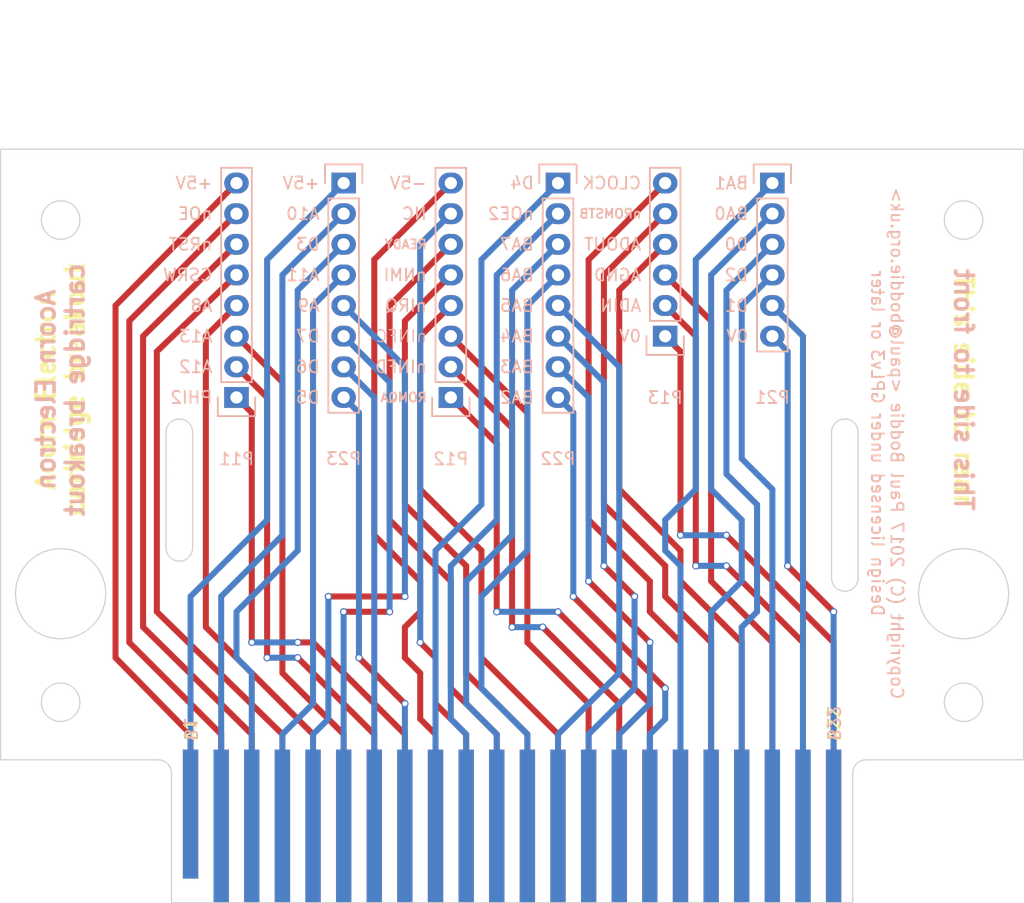
<source format=kicad_pcb>
(kicad_pcb (version 4) (host pcbnew 4.0.5+dfsg1-4)

  (general
    (links 44)
    (no_connects 0)
    (area 60.395005 64.446596 145.346876 127.0501)
    (thickness 1.6)
    (drawings 366)
    (tracks 256)
    (zones 0)
    (modules 8)
    (nets 45)
  )

  (page A4)
  (title_block
    (title "Acorn Electron cartridge breakout")
    (date 2017-02-16)
    (comment 2 "See: http://hgweb.boddie.org.uk/AcornElectronCartridge")
    (comment 3 "Design licensed under the terms of the GNU General Public License version 3 or later.")
    (comment 4 "A prototyping/breakout cartridge for the Acorn Electron Plus 1 expansion unit.")
  )

  (layers
    (0 F.Cu signal)
    (31 B.Cu signal)
    (32 B.Adhes user)
    (33 F.Adhes user)
    (34 B.Paste user)
    (35 F.Paste user)
    (36 B.SilkS user)
    (37 F.SilkS user)
    (38 B.Mask user)
    (39 F.Mask user)
    (40 Dwgs.User user)
    (41 Cmts.User user)
    (42 Eco1.User user)
    (43 Eco2.User user)
    (44 Edge.Cuts user)
    (45 Margin user)
    (46 B.CrtYd user)
    (47 F.CrtYd user)
    (48 B.Fab user)
    (49 F.Fab user)
  )

  (setup
    (last_trace_width 0.25)
    (user_trace_width 0.5)
    (trace_clearance 0.2)
    (zone_clearance 0.508)
    (zone_45_only yes)
    (trace_min 0.1524)
    (segment_width 0.2)
    (edge_width 0.15)
    (via_size 0.6)
    (via_drill 0.4)
    (via_min_size 0.4)
    (via_min_drill 0.3)
    (uvia_size 0.3)
    (uvia_drill 0.1)
    (uvias_allowed no)
    (uvia_min_size 0)
    (uvia_min_drill 0)
    (pcb_text_width 0.15)
    (pcb_text_size 1 1)
    (mod_edge_width 0.15)
    (mod_text_size 1 1)
    (mod_text_width 0.15)
    (pad_size 1.524 1.524)
    (pad_drill 0.762)
    (pad_to_mask_clearance 0.2)
    (aux_axis_origin 102.87 127)
    (visible_elements 7FFFFFFF)
    (pcbplotparams
      (layerselection 0x010f0_80000001)
      (usegerberextensions true)
      (excludeedgelayer true)
      (linewidth 0.100000)
      (plotframeref false)
      (viasonmask false)
      (mode 1)
      (useauxorigin false)
      (hpglpennumber 1)
      (hpglpenspeed 20)
      (hpglpendiameter 15)
      (hpglpenoverlay 2)
      (psnegative false)
      (psa4output false)
      (plotreference true)
      (plotvalue true)
      (plotinvisibletext false)
      (padsonsilk false)
      (subtractmaskfromsilk false)
      (outputformat 1)
      (mirror false)
      (drillshape 0)
      (scaleselection 1)
      (outputdirectory gerber/))
  )

  (net 0 "")
  (net 1 /nRST)
  (net 2 /nOE)
  (net 3 /+5V_A)
  (net 4 /CSRW)
  (net 5 /A8)
  (net 6 /A13)
  (net 7 /A12)
  (net 8 /PHI2)
  (net 9 /-5V)
  (net 10 /READY)
  (net 11 /nNMI)
  (net 12 /nIRQ)
  (net 13 /nINFC)
  (net 14 /nINFD)
  (net 15 /ROMQA)
  (net 16 /CLOCK)
  (net 17 /nROMSTB)
  (net 18 /ADOUT)
  (net 19 /AGND)
  (net 20 /ADIN)
  (net 21 /0V_A)
  (net 22 /D3)
  (net 23 /A10)
  (net 24 /+5V_B)
  (net 25 /A11)
  (net 26 /A9)
  (net 27 /D7)
  (net 28 /D6)
  (net 29 /D5)
  (net 30 /D4)
  (net 31 /nOE2)
  (net 32 /BA7)
  (net 33 /BA6)
  (net 34 /BA5)
  (net 35 /BA4)
  (net 36 /BA3)
  (net 37 /BA2)
  (net 38 /BA1)
  (net 39 /BA0)
  (net 40 /D0)
  (net 41 /D2)
  (net 42 /D1)
  (net 43 /0V_B)
  (net 44 /NC)

  (net_class Default "This is the default net class."
    (clearance 0.2)
    (trace_width 0.25)
    (via_dia 0.6)
    (via_drill 0.4)
    (uvia_dia 0.3)
    (uvia_drill 0.1)
    (add_net /+5V_A)
    (add_net /+5V_B)
    (add_net /-5V)
    (add_net /0V_A)
    (add_net /0V_B)
    (add_net /A10)
    (add_net /A11)
    (add_net /A12)
    (add_net /A13)
    (add_net /A8)
    (add_net /A9)
    (add_net /ADIN)
    (add_net /ADOUT)
    (add_net /AGND)
    (add_net /BA0)
    (add_net /BA1)
    (add_net /BA2)
    (add_net /BA3)
    (add_net /BA4)
    (add_net /BA5)
    (add_net /BA6)
    (add_net /BA7)
    (add_net /CLOCK)
    (add_net /CSRW)
    (add_net /D0)
    (add_net /D1)
    (add_net /D2)
    (add_net /D3)
    (add_net /D4)
    (add_net /D5)
    (add_net /D6)
    (add_net /D7)
    (add_net /NC)
    (add_net /PHI2)
    (add_net /READY)
    (add_net /ROMQA)
    (add_net /nINFC)
    (add_net /nINFD)
    (add_net /nIRQ)
    (add_net /nNMI)
    (add_net /nOE)
    (add_net /nOE2)
    (add_net /nROMSTB)
    (add_net /nRST)
  )

  (net_class OSHPark ""
    (clearance 0.1524)
    (trace_width 0.1524)
    (via_dia 0.6858)
    (via_drill 0.3302)
    (uvia_dia 0.762)
    (uvia_drill 0.508)
  )

  (module Pin_Headers:Pin_Header_Straight_1x08 (layer B.Cu) (tedit 587CF515) (tstamp 587CC8D9)
    (at 80.01 85.09)
    (descr "Through hole pin header")
    (tags "pin header")
    (path /587CC917)
    (fp_text reference P11 (at 0 5.1) (layer B.SilkS)
      (effects (font (size 1 1) (thickness 0.15)) (justify mirror))
    )
    (fp_text value CONN_01X08 (at 0 3.1) (layer B.Fab) hide
      (effects (font (size 1 1) (thickness 0.15)) (justify mirror))
    )
    (fp_line (start -1.75 1.75) (end -1.75 -19.55) (layer B.CrtYd) (width 0.05))
    (fp_line (start 1.75 1.75) (end 1.75 -19.55) (layer B.CrtYd) (width 0.05))
    (fp_line (start -1.75 1.75) (end 1.75 1.75) (layer B.CrtYd) (width 0.05))
    (fp_line (start -1.75 -19.55) (end 1.75 -19.55) (layer B.CrtYd) (width 0.05))
    (fp_line (start 1.27 -1.27) (end 1.27 -19.05) (layer B.SilkS) (width 0.15))
    (fp_line (start 1.27 -19.05) (end -1.27 -19.05) (layer B.SilkS) (width 0.15))
    (fp_line (start -1.27 -19.05) (end -1.27 -1.27) (layer B.SilkS) (width 0.15))
    (fp_line (start 1.55 1.55) (end 1.55 0) (layer B.SilkS) (width 0.15))
    (fp_line (start 1.27 -1.27) (end -1.27 -1.27) (layer B.SilkS) (width 0.15))
    (fp_line (start -1.55 0) (end -1.55 1.55) (layer B.SilkS) (width 0.15))
    (fp_line (start -1.55 1.55) (end 1.55 1.55) (layer B.SilkS) (width 0.15))
    (pad 1 thru_hole rect (at 0 0) (size 2.032 1.7272) (drill 1.016) (layers *.Cu *.Mask)
      (net 8 /PHI2))
    (pad 2 thru_hole oval (at 0 -2.54) (size 2.032 1.7272) (drill 1.016) (layers *.Cu *.Mask)
      (net 7 /A12))
    (pad 3 thru_hole oval (at 0 -5.08) (size 2.032 1.7272) (drill 1.016) (layers *.Cu *.Mask)
      (net 6 /A13))
    (pad 4 thru_hole oval (at 0 -7.62) (size 2.032 1.7272) (drill 1.016) (layers *.Cu *.Mask)
      (net 5 /A8))
    (pad 5 thru_hole oval (at 0 -10.16) (size 2.032 1.7272) (drill 1.016) (layers *.Cu *.Mask)
      (net 4 /CSRW))
    (pad 6 thru_hole oval (at 0 -12.7) (size 2.032 1.7272) (drill 1.016) (layers *.Cu *.Mask)
      (net 1 /nRST))
    (pad 7 thru_hole oval (at 0 -15.24) (size 2.032 1.7272) (drill 1.016) (layers *.Cu *.Mask)
      (net 2 /nOE))
    (pad 8 thru_hole oval (at 0 -17.78) (size 2.032 1.7272) (drill 1.016) (layers *.Cu *.Mask)
      (net 3 /+5V_A))
    (model Pin_Headers.3dshapes/Pin_Header_Straight_1x08.wrl
      (at (xyz 0 -0.35 0))
      (scale (xyz 1 1 1))
      (rotate (xyz 0 0 90))
    )
  )

  (module Pin_Headers:Pin_Header_Straight_1x08 (layer B.Cu) (tedit 587CF511) (tstamp 587CC8E5)
    (at 97.79 85.09)
    (descr "Through hole pin header")
    (tags "pin header")
    (path /587CC9A6)
    (fp_text reference P12 (at 0 5.1) (layer B.SilkS)
      (effects (font (size 1 1) (thickness 0.15)) (justify mirror))
    )
    (fp_text value CONN_01X08 (at 0 3.1) (layer B.Fab) hide
      (effects (font (size 1 1) (thickness 0.15)) (justify mirror))
    )
    (fp_line (start -1.75 1.75) (end -1.75 -19.55) (layer B.CrtYd) (width 0.05))
    (fp_line (start 1.75 1.75) (end 1.75 -19.55) (layer B.CrtYd) (width 0.05))
    (fp_line (start -1.75 1.75) (end 1.75 1.75) (layer B.CrtYd) (width 0.05))
    (fp_line (start -1.75 -19.55) (end 1.75 -19.55) (layer B.CrtYd) (width 0.05))
    (fp_line (start 1.27 -1.27) (end 1.27 -19.05) (layer B.SilkS) (width 0.15))
    (fp_line (start 1.27 -19.05) (end -1.27 -19.05) (layer B.SilkS) (width 0.15))
    (fp_line (start -1.27 -19.05) (end -1.27 -1.27) (layer B.SilkS) (width 0.15))
    (fp_line (start 1.55 1.55) (end 1.55 0) (layer B.SilkS) (width 0.15))
    (fp_line (start 1.27 -1.27) (end -1.27 -1.27) (layer B.SilkS) (width 0.15))
    (fp_line (start -1.55 0) (end -1.55 1.55) (layer B.SilkS) (width 0.15))
    (fp_line (start -1.55 1.55) (end 1.55 1.55) (layer B.SilkS) (width 0.15))
    (pad 1 thru_hole rect (at 0 0) (size 2.032 1.7272) (drill 1.016) (layers *.Cu *.Mask)
      (net 15 /ROMQA))
    (pad 2 thru_hole oval (at 0 -2.54) (size 2.032 1.7272) (drill 1.016) (layers *.Cu *.Mask)
      (net 14 /nINFD))
    (pad 3 thru_hole oval (at 0 -5.08) (size 2.032 1.7272) (drill 1.016) (layers *.Cu *.Mask)
      (net 13 /nINFC))
    (pad 4 thru_hole oval (at 0 -7.62) (size 2.032 1.7272) (drill 1.016) (layers *.Cu *.Mask)
      (net 12 /nIRQ))
    (pad 5 thru_hole oval (at 0 -10.16) (size 2.032 1.7272) (drill 1.016) (layers *.Cu *.Mask)
      (net 11 /nNMI))
    (pad 6 thru_hole oval (at 0 -12.7) (size 2.032 1.7272) (drill 1.016) (layers *.Cu *.Mask)
      (net 10 /READY))
    (pad 7 thru_hole oval (at 0 -15.24) (size 2.032 1.7272) (drill 1.016) (layers *.Cu *.Mask)
      (net 44 /NC))
    (pad 8 thru_hole oval (at 0 -17.78) (size 2.032 1.7272) (drill 1.016) (layers *.Cu *.Mask)
      (net 9 /-5V))
    (model Pin_Headers.3dshapes/Pin_Header_Straight_1x08.wrl
      (at (xyz 0 -0.35 0))
      (scale (xyz 1 1 1))
      (rotate (xyz 0 0 90))
    )
  )

  (module Pin_Headers:Pin_Header_Straight_1x06 (layer B.Cu) (tedit 587CF50C) (tstamp 587CC8EF)
    (at 115.57 80.01)
    (descr "Through hole pin header")
    (tags "pin header")
    (path /587CCAF1)
    (fp_text reference P13 (at 0 5.1) (layer B.SilkS)
      (effects (font (size 1 1) (thickness 0.15)) (justify mirror))
    )
    (fp_text value CONN_01X06 (at 0 3.1) (layer B.Fab) hide
      (effects (font (size 1 1) (thickness 0.15)) (justify mirror))
    )
    (fp_line (start -1.75 1.75) (end -1.75 -14.45) (layer B.CrtYd) (width 0.05))
    (fp_line (start 1.75 1.75) (end 1.75 -14.45) (layer B.CrtYd) (width 0.05))
    (fp_line (start -1.75 1.75) (end 1.75 1.75) (layer B.CrtYd) (width 0.05))
    (fp_line (start -1.75 -14.45) (end 1.75 -14.45) (layer B.CrtYd) (width 0.05))
    (fp_line (start 1.27 -1.27) (end 1.27 -13.97) (layer B.SilkS) (width 0.15))
    (fp_line (start 1.27 -13.97) (end -1.27 -13.97) (layer B.SilkS) (width 0.15))
    (fp_line (start -1.27 -13.97) (end -1.27 -1.27) (layer B.SilkS) (width 0.15))
    (fp_line (start 1.55 1.55) (end 1.55 0) (layer B.SilkS) (width 0.15))
    (fp_line (start 1.27 -1.27) (end -1.27 -1.27) (layer B.SilkS) (width 0.15))
    (fp_line (start -1.55 0) (end -1.55 1.55) (layer B.SilkS) (width 0.15))
    (fp_line (start -1.55 1.55) (end 1.55 1.55) (layer B.SilkS) (width 0.15))
    (pad 1 thru_hole rect (at 0 0) (size 2.032 1.7272) (drill 1.016) (layers *.Cu *.Mask)
      (net 21 /0V_A))
    (pad 2 thru_hole oval (at 0 -2.54) (size 2.032 1.7272) (drill 1.016) (layers *.Cu *.Mask)
      (net 20 /ADIN))
    (pad 3 thru_hole oval (at 0 -5.08) (size 2.032 1.7272) (drill 1.016) (layers *.Cu *.Mask)
      (net 19 /AGND))
    (pad 4 thru_hole oval (at 0 -7.62) (size 2.032 1.7272) (drill 1.016) (layers *.Cu *.Mask)
      (net 18 /ADOUT))
    (pad 5 thru_hole oval (at 0 -10.16) (size 2.032 1.7272) (drill 1.016) (layers *.Cu *.Mask)
      (net 17 /nROMSTB))
    (pad 6 thru_hole oval (at 0 -12.7) (size 2.032 1.7272) (drill 1.016) (layers *.Cu *.Mask)
      (net 16 /CLOCK))
    (model Pin_Headers.3dshapes/Pin_Header_Straight_1x06.wrl
      (at (xyz 0 -0.25 0))
      (scale (xyz 1 1 1))
      (rotate (xyz 0 0 90))
    )
  )

  (module Pin_Headers:Pin_Header_Straight_1x06 (layer B.Cu) (tedit 587D4E42) (tstamp 587CC8F9)
    (at 124.46 67.31 180)
    (descr "Through hole pin header")
    (tags "pin header")
    (path /587CCBCE)
    (fp_text reference P21 (at 0 -17.78 180) (layer B.SilkS)
      (effects (font (size 1 1) (thickness 0.15)) (justify mirror))
    )
    (fp_text value CONN_01X06 (at 0 3.1 180) (layer B.Fab) hide
      (effects (font (size 1 1) (thickness 0.15)) (justify mirror))
    )
    (fp_line (start -1.75 1.75) (end -1.75 -14.45) (layer B.CrtYd) (width 0.05))
    (fp_line (start 1.75 1.75) (end 1.75 -14.45) (layer B.CrtYd) (width 0.05))
    (fp_line (start -1.75 1.75) (end 1.75 1.75) (layer B.CrtYd) (width 0.05))
    (fp_line (start -1.75 -14.45) (end 1.75 -14.45) (layer B.CrtYd) (width 0.05))
    (fp_line (start 1.27 -1.27) (end 1.27 -13.97) (layer B.SilkS) (width 0.15))
    (fp_line (start 1.27 -13.97) (end -1.27 -13.97) (layer B.SilkS) (width 0.15))
    (fp_line (start -1.27 -13.97) (end -1.27 -1.27) (layer B.SilkS) (width 0.15))
    (fp_line (start 1.55 1.55) (end 1.55 0) (layer B.SilkS) (width 0.15))
    (fp_line (start 1.27 -1.27) (end -1.27 -1.27) (layer B.SilkS) (width 0.15))
    (fp_line (start -1.55 0) (end -1.55 1.55) (layer B.SilkS) (width 0.15))
    (fp_line (start -1.55 1.55) (end 1.55 1.55) (layer B.SilkS) (width 0.15))
    (pad 1 thru_hole rect (at 0 0 180) (size 2.032 1.7272) (drill 1.016) (layers *.Cu *.Mask)
      (net 38 /BA1))
    (pad 2 thru_hole oval (at 0 -2.54 180) (size 2.032 1.7272) (drill 1.016) (layers *.Cu *.Mask)
      (net 39 /BA0))
    (pad 3 thru_hole oval (at 0 -5.08 180) (size 2.032 1.7272) (drill 1.016) (layers *.Cu *.Mask)
      (net 40 /D0))
    (pad 4 thru_hole oval (at 0 -7.62 180) (size 2.032 1.7272) (drill 1.016) (layers *.Cu *.Mask)
      (net 41 /D2))
    (pad 5 thru_hole oval (at 0 -10.16 180) (size 2.032 1.7272) (drill 1.016) (layers *.Cu *.Mask)
      (net 42 /D1))
    (pad 6 thru_hole oval (at 0 -12.7 180) (size 2.032 1.7272) (drill 1.016) (layers *.Cu *.Mask)
      (net 43 /0V_B))
    (model Pin_Headers.3dshapes/Pin_Header_Straight_1x06.wrl
      (at (xyz 0 -0.25 0))
      (scale (xyz 1 1 1))
      (rotate (xyz 0 0 90))
    )
  )

  (module Pin_Headers:Pin_Header_Straight_1x08 (layer B.Cu) (tedit 587D4E58) (tstamp 587CC905)
    (at 106.68 67.31 180)
    (descr "Through hole pin header")
    (tags "pin header")
    (path /587CCB6A)
    (fp_text reference P22 (at 0 -22.86 180) (layer B.SilkS)
      (effects (font (size 1 1) (thickness 0.15)) (justify mirror))
    )
    (fp_text value CONN_01X08 (at 0 3.1 180) (layer B.Fab) hide
      (effects (font (size 1 1) (thickness 0.15)) (justify mirror))
    )
    (fp_line (start -1.75 1.75) (end -1.75 -19.55) (layer B.CrtYd) (width 0.05))
    (fp_line (start 1.75 1.75) (end 1.75 -19.55) (layer B.CrtYd) (width 0.05))
    (fp_line (start -1.75 1.75) (end 1.75 1.75) (layer B.CrtYd) (width 0.05))
    (fp_line (start -1.75 -19.55) (end 1.75 -19.55) (layer B.CrtYd) (width 0.05))
    (fp_line (start 1.27 -1.27) (end 1.27 -19.05) (layer B.SilkS) (width 0.15))
    (fp_line (start 1.27 -19.05) (end -1.27 -19.05) (layer B.SilkS) (width 0.15))
    (fp_line (start -1.27 -19.05) (end -1.27 -1.27) (layer B.SilkS) (width 0.15))
    (fp_line (start 1.55 1.55) (end 1.55 0) (layer B.SilkS) (width 0.15))
    (fp_line (start 1.27 -1.27) (end -1.27 -1.27) (layer B.SilkS) (width 0.15))
    (fp_line (start -1.55 0) (end -1.55 1.55) (layer B.SilkS) (width 0.15))
    (fp_line (start -1.55 1.55) (end 1.55 1.55) (layer B.SilkS) (width 0.15))
    (pad 1 thru_hole rect (at 0 0 180) (size 2.032 1.7272) (drill 1.016) (layers *.Cu *.Mask)
      (net 30 /D4))
    (pad 2 thru_hole oval (at 0 -2.54 180) (size 2.032 1.7272) (drill 1.016) (layers *.Cu *.Mask)
      (net 31 /nOE2))
    (pad 3 thru_hole oval (at 0 -5.08 180) (size 2.032 1.7272) (drill 1.016) (layers *.Cu *.Mask)
      (net 32 /BA7))
    (pad 4 thru_hole oval (at 0 -7.62 180) (size 2.032 1.7272) (drill 1.016) (layers *.Cu *.Mask)
      (net 33 /BA6))
    (pad 5 thru_hole oval (at 0 -10.16 180) (size 2.032 1.7272) (drill 1.016) (layers *.Cu *.Mask)
      (net 34 /BA5))
    (pad 6 thru_hole oval (at 0 -12.7 180) (size 2.032 1.7272) (drill 1.016) (layers *.Cu *.Mask)
      (net 35 /BA4))
    (pad 7 thru_hole oval (at 0 -15.24 180) (size 2.032 1.7272) (drill 1.016) (layers *.Cu *.Mask)
      (net 36 /BA3))
    (pad 8 thru_hole oval (at 0 -17.78 180) (size 2.032 1.7272) (drill 1.016) (layers *.Cu *.Mask)
      (net 37 /BA2))
    (model Pin_Headers.3dshapes/Pin_Header_Straight_1x08.wrl
      (at (xyz 0 -0.35 0))
      (scale (xyz 1 1 1))
      (rotate (xyz 0 0 90))
    )
  )

  (module Pin_Headers:Pin_Header_Straight_1x08 (layer B.Cu) (tedit 587D4E53) (tstamp 587CC911)
    (at 88.9 67.31 180)
    (descr "Through hole pin header")
    (tags "pin header")
    (path /587CCC38)
    (fp_text reference P23 (at 0 -22.86 180) (layer B.SilkS)
      (effects (font (size 1 1) (thickness 0.15)) (justify mirror))
    )
    (fp_text value CONN_01X08 (at 0 3.1 180) (layer B.Fab) hide
      (effects (font (size 1 1) (thickness 0.15)) (justify mirror))
    )
    (fp_line (start -1.75 1.75) (end -1.75 -19.55) (layer B.CrtYd) (width 0.05))
    (fp_line (start 1.75 1.75) (end 1.75 -19.55) (layer B.CrtYd) (width 0.05))
    (fp_line (start -1.75 1.75) (end 1.75 1.75) (layer B.CrtYd) (width 0.05))
    (fp_line (start -1.75 -19.55) (end 1.75 -19.55) (layer B.CrtYd) (width 0.05))
    (fp_line (start 1.27 -1.27) (end 1.27 -19.05) (layer B.SilkS) (width 0.15))
    (fp_line (start 1.27 -19.05) (end -1.27 -19.05) (layer B.SilkS) (width 0.15))
    (fp_line (start -1.27 -19.05) (end -1.27 -1.27) (layer B.SilkS) (width 0.15))
    (fp_line (start 1.55 1.55) (end 1.55 0) (layer B.SilkS) (width 0.15))
    (fp_line (start 1.27 -1.27) (end -1.27 -1.27) (layer B.SilkS) (width 0.15))
    (fp_line (start -1.55 0) (end -1.55 1.55) (layer B.SilkS) (width 0.15))
    (fp_line (start -1.55 1.55) (end 1.55 1.55) (layer B.SilkS) (width 0.15))
    (pad 1 thru_hole rect (at 0 0 180) (size 2.032 1.7272) (drill 1.016) (layers *.Cu *.Mask)
      (net 24 /+5V_B))
    (pad 2 thru_hole oval (at 0 -2.54 180) (size 2.032 1.7272) (drill 1.016) (layers *.Cu *.Mask)
      (net 23 /A10))
    (pad 3 thru_hole oval (at 0 -5.08 180) (size 2.032 1.7272) (drill 1.016) (layers *.Cu *.Mask)
      (net 22 /D3))
    (pad 4 thru_hole oval (at 0 -7.62 180) (size 2.032 1.7272) (drill 1.016) (layers *.Cu *.Mask)
      (net 25 /A11))
    (pad 5 thru_hole oval (at 0 -10.16 180) (size 2.032 1.7272) (drill 1.016) (layers *.Cu *.Mask)
      (net 26 /A9))
    (pad 6 thru_hole oval (at 0 -12.7 180) (size 2.032 1.7272) (drill 1.016) (layers *.Cu *.Mask)
      (net 27 /D7))
    (pad 7 thru_hole oval (at 0 -15.24 180) (size 2.032 1.7272) (drill 1.016) (layers *.Cu *.Mask)
      (net 28 /D6))
    (pad 8 thru_hole oval (at 0 -17.78 180) (size 2.032 1.7272) (drill 1.016) (layers *.Cu *.Mask)
      (net 29 /D5))
    (model Pin_Headers.3dshapes/Pin_Header_Straight_1x08.wrl
      (at (xyz 0 -0.35 0))
      (scale (xyz 1 1 1))
      (rotate (xyz 0 0 90))
    )
  )

  (module Acorn_Electron:Acorn_Electron_cartridge_edge_connector_rear (layer F.Cu) (tedit 5880BFC3) (tstamp 587CC8B3)
    (at 102.87 113.03)
    (tags "Acorn Electron cartridge edge connector rear")
    (path /587CC844)
    (fp_text reference CONN1 (at 0 0) (layer F.SilkS) hide
      (effects (font (size 1 1) (thickness 0.15)))
    )
    (fp_text value Acorn_Electron_cartridge_edge_connector_rear_side_A (at 0 -2.54) (layer F.Fab) hide
      (effects (font (size 1 1) (thickness 0.15)))
    )
    (pad 1 connect rect (at -26.67 6.62) (size 1.27 10.7) (layers F.Cu F.Mask)
      (net 3 /+5V_A))
    (pad 2 connect rect (at -24.13 7.62) (size 1.27 12.7) (layers F.Cu F.Mask)
      (net 2 /nOE))
    (pad 3 connect rect (at -21.59 7.62) (size 1.27 12.7) (layers F.Cu F.Mask)
      (net 1 /nRST))
    (pad 4 connect rect (at -19.05 7.62) (size 1.27 12.7) (layers F.Cu F.Mask)
      (net 4 /CSRW))
    (pad 5 connect rect (at -16.51 7.62) (size 1.27 12.7) (layers F.Cu F.Mask)
      (net 5 /A8))
    (pad 6 connect rect (at -13.97 7.62) (size 1.27 12.7) (layers F.Cu F.Mask)
      (net 6 /A13))
    (pad 7 connect rect (at -11.43 7.62) (size 1.27 12.7) (layers F.Cu F.Mask)
      (net 7 /A12))
    (pad 8 connect rect (at -8.89 7.62) (size 1.27 12.7) (layers F.Cu F.Mask)
      (net 8 /PHI2))
    (pad 9 connect rect (at -6.35 7.62) (size 1.27 12.7) (layers F.Cu F.Mask)
      (net 9 /-5V))
    (pad 10 connect rect (at -3.81 7.62) (size 1.27 12.7) (layers F.Cu F.Mask)
      (net 44 /NC))
    (pad 11 connect rect (at -1.27 7.62) (size 1.27 12.7) (layers F.Cu F.Mask)
      (net 10 /READY))
    (pad 12 connect rect (at 1.27 7.62) (size 1.27 12.7) (layers F.Cu F.Mask)
      (net 11 /nNMI))
    (pad 13 connect rect (at 3.81 7.62) (size 1.27 12.7) (layers F.Cu F.Mask)
      (net 12 /nIRQ))
    (pad 14 connect rect (at 6.35 7.62) (size 1.27 12.7) (layers F.Cu F.Mask)
      (net 13 /nINFC))
    (pad 15 connect rect (at 8.89 7.62) (size 1.27 12.7) (layers F.Cu F.Mask)
      (net 14 /nINFD))
    (pad 16 connect rect (at 11.43 7.62) (size 1.27 12.7) (layers F.Cu F.Mask)
      (net 15 /ROMQA))
    (pad 17 connect rect (at 13.97 7.62) (size 1.27 12.7) (layers F.Cu F.Mask)
      (net 16 /CLOCK))
    (pad 18 connect rect (at 16.51 7.62) (size 1.27 12.7) (layers F.Cu F.Mask)
      (net 17 /nROMSTB))
    (pad 19 connect rect (at 19.05 7.62) (size 1.27 12.7) (layers F.Cu F.Mask)
      (net 18 /ADOUT))
    (pad 20 connect rect (at 21.59 7.62) (size 1.27 12.7) (layers F.Cu F.Mask)
      (net 19 /AGND))
    (pad 21 connect rect (at 24.13 7.62) (size 1.27 12.7) (layers F.Cu F.Mask)
      (net 20 /ADIN))
    (pad 22 connect rect (at 26.67 7.62) (size 1.27 12.7) (layers F.Cu F.Mask)
      (net 21 /0V_A))
  )

  (module Acorn_Electron:Acorn_Electron_cartridge_edge_connector_front (layer B.Cu) (tedit 5880BFCF) (tstamp 587CC8CD)
    (at 102.87 113.03)
    (tags "Acorn Electron cartridge edge connector front")
    (path /587CC811)
    (fp_text reference CONN2 (at 0 0) (layer B.SilkS) hide
      (effects (font (size 1 1) (thickness 0.15)) (justify mirror))
    )
    (fp_text value Acorn_Electron_cartridge_edge_connector_front_side_B (at 0 -2.54) (layer B.Fab) hide
      (effects (font (size 1 1) (thickness 0.15)) (justify mirror))
    )
    (pad 1 connect rect (at -26.67 6.62) (size 1.27 10.7) (layers B.Cu B.Mask)
      (net 24 /+5V_B))
    (pad 2 connect rect (at -24.13 7.62) (size 1.27 12.7) (layers B.Cu B.Mask)
      (net 23 /A10))
    (pad 3 connect rect (at -21.59 7.62) (size 1.27 12.7) (layers B.Cu B.Mask)
      (net 22 /D3))
    (pad 4 connect rect (at -19.05 7.62) (size 1.27 12.7) (layers B.Cu B.Mask)
      (net 25 /A11))
    (pad 5 connect rect (at -16.51 7.62) (size 1.27 12.7) (layers B.Cu B.Mask)
      (net 26 /A9))
    (pad 6 connect rect (at -13.97 7.62) (size 1.27 12.7) (layers B.Cu B.Mask)
      (net 27 /D7))
    (pad 7 connect rect (at -11.43 7.62) (size 1.27 12.7) (layers B.Cu B.Mask)
      (net 28 /D6))
    (pad 8 connect rect (at -8.89 7.62) (size 1.27 12.7) (layers B.Cu B.Mask)
      (net 29 /D5))
    (pad 9 connect rect (at -6.35 7.62) (size 1.27 12.7) (layers B.Cu B.Mask)
      (net 30 /D4))
    (pad 10 connect rect (at -3.81 7.62) (size 1.27 12.7) (layers B.Cu B.Mask)
      (net 31 /nOE2))
    (pad 11 connect rect (at -1.27 7.62) (size 1.27 12.7) (layers B.Cu B.Mask)
      (net 32 /BA7))
    (pad 12 connect rect (at 1.27 7.62) (size 1.27 12.7) (layers B.Cu B.Mask)
      (net 33 /BA6))
    (pad 13 connect rect (at 3.81 7.62) (size 1.27 12.7) (layers B.Cu B.Mask)
      (net 34 /BA5))
    (pad 14 connect rect (at 6.35 7.62) (size 1.27 12.7) (layers B.Cu B.Mask)
      (net 35 /BA4))
    (pad 15 connect rect (at 8.89 7.62) (size 1.27 12.7) (layers B.Cu B.Mask)
      (net 36 /BA3))
    (pad 16 connect rect (at 11.43 7.62) (size 1.27 12.7) (layers B.Cu B.Mask)
      (net 37 /BA2))
    (pad 17 connect rect (at 13.97 7.62) (size 1.27 12.7) (layers B.Cu B.Mask)
      (net 38 /BA1))
    (pad 18 connect rect (at 16.51 7.62) (size 1.27 12.7) (layers B.Cu B.Mask)
      (net 39 /BA0))
    (pad 19 connect rect (at 19.05 7.62) (size 1.27 12.7) (layers B.Cu B.Mask)
      (net 40 /D0))
    (pad 20 connect rect (at 21.59 7.62) (size 1.27 12.7) (layers B.Cu B.Mask)
      (net 41 /D2))
    (pad 21 connect rect (at 24.13 7.62) (size 1.27 12.7) (layers B.Cu B.Mask)
      (net 42 /D1))
    (pad 22 connect rect (at 26.67 7.62) (size 1.27 12.7) (layers B.Cu B.Mask)
      (net 43 /0V_B))
  )

  (gr_text "Copyright (C) 2017 Paul Boddie <paul@boddie.org.uk>\nDesign licensed under GPLv3 or later" (at 133.985 88.9 270) (layer B.SilkS)
    (effects (font (size 1 1) (thickness 0.15)) (justify mirror))
  )
  (gr_line (start 65.74184 108.802935) (end 65.419167 108.770208) (layer Edge.Cuts) (width 0.1))
  (gr_line (start 66.042757 108.896748) (end 65.74184 108.802935) (layer Edge.Cuts) (width 0.1))
  (gr_line (start 66.315362 109.045093) (end 66.042757 108.896748) (layer Edge.Cuts) (width 0.1))
  (gr_line (start 66.553102 109.241412) (end 66.315362 109.045093) (layer Edge.Cuts) (width 0.1))
  (gr_line (start 66.749421 109.479151) (end 66.553102 109.241412) (layer Edge.Cuts) (width 0.1))
  (gr_line (start 66.897765 109.751757) (end 66.749421 109.479151) (layer Edge.Cuts) (width 0.1))
  (gr_line (start 66.991578 110.052674) (end 66.897765 109.751757) (layer Edge.Cuts) (width 0.1))
  (gr_line (start 67.024306 110.375347) (end 66.991578 110.052674) (layer Edge.Cuts) (width 0.1))
  (gr_line (start 66.991578 110.697642) (end 67.024306 110.375347) (layer Edge.Cuts) (width 0.1))
  (gr_line (start 66.897765 110.99756) (end 66.991578 110.697642) (layer Edge.Cuts) (width 0.1))
  (gr_line (start 66.749421 111.268753) (end 66.897765 110.99756) (layer Edge.Cuts) (width 0.1))
  (gr_line (start 66.553102 111.504874) (end 66.749421 111.268753) (layer Edge.Cuts) (width 0.1))
  (gr_line (start 66.315362 111.699573) (end 66.553102 111.504874) (layer Edge.Cuts) (width 0.1))
  (gr_line (start 66.042757 111.846504) (end 66.315362 111.699573) (layer Edge.Cuts) (width 0.1))
  (gr_line (start 65.74184 111.939318) (end 66.042757 111.846504) (layer Edge.Cuts) (width 0.1))
  (gr_line (start 65.419167 111.971667) (end 65.74184 111.939318) (layer Edge.Cuts) (width 0.1))
  (gr_line (start 65.096873 111.939318) (end 65.419167 111.971667) (layer Edge.Cuts) (width 0.1))
  (gr_line (start 64.796955 111.846504) (end 65.096873 111.939318) (layer Edge.Cuts) (width 0.1))
  (gr_line (start 64.525761 111.699573) (end 64.796955 111.846504) (layer Edge.Cuts) (width 0.1))
  (gr_line (start 64.289641 111.504874) (end 64.525761 111.699573) (layer Edge.Cuts) (width 0.1))
  (gr_line (start 64.094941 111.268753) (end 64.289641 111.504874) (layer Edge.Cuts) (width 0.1))
  (gr_line (start 63.94801 110.99756) (end 64.094941 111.268753) (layer Edge.Cuts) (width 0.1))
  (gr_line (start 63.855196 110.697642) (end 63.94801 110.99756) (layer Edge.Cuts) (width 0.1))
  (gr_line (start 63.822847 110.375347) (end 63.855196 110.697642) (layer Edge.Cuts) (width 0.1))
  (gr_line (start 63.855196 110.052674) (end 63.822847 110.375347) (layer Edge.Cuts) (width 0.1))
  (gr_line (start 63.94801 109.751757) (end 63.855196 110.052674) (layer Edge.Cuts) (width 0.1))
  (gr_line (start 64.094941 109.479151) (end 63.94801 109.751757) (layer Edge.Cuts) (width 0.1))
  (gr_line (start 64.289641 109.241412) (end 64.094941 109.479151) (layer Edge.Cuts) (width 0.1))
  (gr_line (start 64.525761 109.045093) (end 64.289641 109.241412) (layer Edge.Cuts) (width 0.1))
  (gr_line (start 64.796955 108.896748) (end 64.525761 109.045093) (layer Edge.Cuts) (width 0.1))
  (gr_line (start 65.096873 108.802935) (end 64.796955 108.896748) (layer Edge.Cuts) (width 0.1))
  (gr_line (start 65.419167 108.770208) (end 65.096873 108.802935) (layer Edge.Cuts) (width 0.1))
  (gr_line (start 140.645003 108.802935) (end 140.322708 108.770208) (layer Edge.Cuts) (width 0.1))
  (gr_line (start 140.944921 108.896748) (end 140.645003 108.802935) (layer Edge.Cuts) (width 0.1))
  (gr_line (start 141.216114 109.045093) (end 140.944921 108.896748) (layer Edge.Cuts) (width 0.1))
  (gr_line (start 141.452235 109.241412) (end 141.216114 109.045093) (layer Edge.Cuts) (width 0.1))
  (gr_line (start 141.646935 109.479151) (end 141.452235 109.241412) (layer Edge.Cuts) (width 0.1))
  (gr_line (start 141.793865 109.751757) (end 141.646935 109.479151) (layer Edge.Cuts) (width 0.1))
  (gr_line (start 141.886679 110.052674) (end 141.793865 109.751757) (layer Edge.Cuts) (width 0.1))
  (gr_line (start 141.919028 110.375347) (end 141.886679 110.052674) (layer Edge.Cuts) (width 0.1))
  (gr_line (start 141.886679 110.697642) (end 141.919028 110.375347) (layer Edge.Cuts) (width 0.1))
  (gr_line (start 141.793865 110.99756) (end 141.886679 110.697642) (layer Edge.Cuts) (width 0.1))
  (gr_line (start 141.646935 111.268753) (end 141.793865 110.99756) (layer Edge.Cuts) (width 0.1))
  (gr_line (start 141.452235 111.504874) (end 141.646935 111.268753) (layer Edge.Cuts) (width 0.1))
  (gr_line (start 141.216114 111.699573) (end 141.452235 111.504874) (layer Edge.Cuts) (width 0.1))
  (gr_line (start 140.944921 111.846504) (end 141.216114 111.699573) (layer Edge.Cuts) (width 0.1))
  (gr_line (start 140.645003 111.939318) (end 140.944921 111.846504) (layer Edge.Cuts) (width 0.1))
  (gr_line (start 140.322708 111.971667) (end 140.645003 111.939318) (layer Edge.Cuts) (width 0.1))
  (gr_line (start 140.000035 111.939318) (end 140.322708 111.971667) (layer Edge.Cuts) (width 0.1))
  (gr_line (start 139.699119 111.846504) (end 140.000035 111.939318) (layer Edge.Cuts) (width 0.1))
  (gr_line (start 139.426512 111.699573) (end 139.699119 111.846504) (layer Edge.Cuts) (width 0.1))
  (gr_line (start 139.188773 111.504874) (end 139.426512 111.699573) (layer Edge.Cuts) (width 0.1))
  (gr_line (start 138.992454 111.268753) (end 139.188773 111.504874) (layer Edge.Cuts) (width 0.1))
  (gr_line (start 138.844109 110.99756) (end 138.992454 111.268753) (layer Edge.Cuts) (width 0.1))
  (gr_line (start 138.750296 110.697642) (end 138.844109 110.99756) (layer Edge.Cuts) (width 0.1))
  (gr_line (start 138.717569 110.375347) (end 138.750296 110.697642) (layer Edge.Cuts) (width 0.1))
  (gr_line (start 138.750296 110.052674) (end 138.717569 110.375347) (layer Edge.Cuts) (width 0.1))
  (gr_line (start 138.844109 109.751757) (end 138.750296 110.052674) (layer Edge.Cuts) (width 0.1))
  (gr_line (start 138.992454 109.479151) (end 138.844109 109.751757) (layer Edge.Cuts) (width 0.1))
  (gr_line (start 139.188773 109.241412) (end 138.992454 109.479151) (layer Edge.Cuts) (width 0.1))
  (gr_line (start 139.426512 109.045093) (end 139.188773 109.241412) (layer Edge.Cuts) (width 0.1))
  (gr_line (start 139.699119 108.896748) (end 139.426512 109.045093) (layer Edge.Cuts) (width 0.1))
  (gr_line (start 140.000035 108.802935) (end 139.699119 108.896748) (layer Edge.Cuts) (width 0.1))
  (gr_line (start 140.322708 108.770208) (end 140.000035 108.802935) (layer Edge.Cuts) (width 0.1))
  (gr_line (start 66.175225 97.698543) (end 65.419167 97.622431) (layer Edge.Cuts) (width 0.1))
  (gr_line (start 66.87994 97.916853) (end 66.175225 97.698543) (layer Edge.Cuts) (width 0.1))
  (gr_line (start 67.518066 98.262324) (end 66.87994 97.916853) (layer Edge.Cuts) (width 0.1))
  (gr_line (start 68.074357 98.719914) (end 67.518066 98.262324) (layer Edge.Cuts) (width 0.1))
  (gr_line (start 68.533566 99.274585) (end 68.074357 98.719914) (layer Edge.Cuts) (width 0.1))
  (gr_line (start 68.880449 99.911298) (end 68.533566 99.274585) (layer Edge.Cuts) (width 0.1))
  (gr_line (start 69.099759 100.615013) (end 68.880449 99.911298) (layer Edge.Cuts) (width 0.1))
  (gr_line (start 69.17625 101.370694) (end 69.099759 100.615013) (layer Edge.Cuts) (width 0.1))
  (gr_line (start 69.099759 102.126375) (end 69.17625 101.370694) (layer Edge.Cuts) (width 0.1))
  (gr_line (start 68.880449 102.830091) (end 69.099759 102.126375) (layer Edge.Cuts) (width 0.1))
  (gr_line (start 68.533566 103.466804) (end 68.880449 102.830091) (layer Edge.Cuts) (width 0.1))
  (gr_line (start 68.074357 104.021475) (end 68.533566 103.466804) (layer Edge.Cuts) (width 0.1))
  (gr_line (start 67.518066 104.479065) (end 68.074357 104.021475) (layer Edge.Cuts) (width 0.1))
  (gr_line (start 66.87994 104.824536) (end 67.518066 104.479065) (layer Edge.Cuts) (width 0.1))
  (gr_line (start 66.175225 105.042846) (end 66.87994 104.824536) (layer Edge.Cuts) (width 0.1))
  (gr_line (start 65.419167 105.118958) (end 66.175225 105.042846) (layer Edge.Cuts) (width 0.1))
  (gr_line (start 64.663487 105.042846) (end 65.419167 105.118958) (layer Edge.Cuts) (width 0.1))
  (gr_line (start 63.959771 104.824536) (end 64.663487 105.042846) (layer Edge.Cuts) (width 0.1))
  (gr_line (start 63.323058 104.479065) (end 63.959771 104.824536) (layer Edge.Cuts) (width 0.1))
  (gr_line (start 62.768386 104.021475) (end 63.323058 104.479065) (layer Edge.Cuts) (width 0.1))
  (gr_line (start 62.310796 103.466804) (end 62.768386 104.021475) (layer Edge.Cuts) (width 0.1))
  (gr_line (start 61.965326 102.830091) (end 62.310796 103.466804) (layer Edge.Cuts) (width 0.1))
  (gr_line (start 61.747015 102.126375) (end 61.965326 102.830091) (layer Edge.Cuts) (width 0.1))
  (gr_line (start 61.670903 101.370694) (end 61.747015 102.126375) (layer Edge.Cuts) (width 0.1))
  (gr_line (start 61.747015 100.615013) (end 61.670903 101.370694) (layer Edge.Cuts) (width 0.1))
  (gr_line (start 61.965326 99.911298) (end 61.747015 100.615013) (layer Edge.Cuts) (width 0.1))
  (gr_line (start 62.310796 99.274585) (end 61.965326 99.911298) (layer Edge.Cuts) (width 0.1))
  (gr_line (start 62.768386 98.719914) (end 62.310796 99.274585) (layer Edge.Cuts) (width 0.1))
  (gr_line (start 63.323058 98.262324) (end 62.768386 98.719914) (layer Edge.Cuts) (width 0.1))
  (gr_line (start 63.959771 97.916853) (end 63.323058 98.262324) (layer Edge.Cuts) (width 0.1))
  (gr_line (start 64.663487 97.698543) (end 63.959771 97.916853) (layer Edge.Cuts) (width 0.1))
  (gr_line (start 65.419167 97.622431) (end 64.663487 97.698543) (layer Edge.Cuts) (width 0.1))
  (gr_line (start 141.078387 97.698543) (end 140.322708 97.622431) (layer Edge.Cuts) (width 0.1))
  (gr_line (start 141.782102 97.916853) (end 141.078387 97.698543) (layer Edge.Cuts) (width 0.1))
  (gr_line (start 142.418815 98.262324) (end 141.782102 97.916853) (layer Edge.Cuts) (width 0.1))
  (gr_line (start 142.973486 98.719914) (end 142.418815 98.262324) (layer Edge.Cuts) (width 0.1))
  (gr_line (start 143.431078 99.274585) (end 142.973486 98.719914) (layer Edge.Cuts) (width 0.1))
  (gr_line (start 143.77655 99.911298) (end 143.431078 99.274585) (layer Edge.Cuts) (width 0.1))
  (gr_line (start 143.99486 100.615013) (end 143.77655 99.911298) (layer Edge.Cuts) (width 0.1))
  (gr_line (start 144.070972 101.370694) (end 143.99486 100.615013) (layer Edge.Cuts) (width 0.1))
  (gr_line (start 143.99486 102.126373) (end 144.070972 101.370694) (layer Edge.Cuts) (width 0.1))
  (gr_line (start 143.77655 102.830088) (end 143.99486 102.126373) (layer Edge.Cuts) (width 0.1))
  (gr_line (start 143.431078 103.466801) (end 143.77655 102.830088) (layer Edge.Cuts) (width 0.1))
  (gr_line (start 142.973486 104.021472) (end 143.431078 103.466801) (layer Edge.Cuts) (width 0.1))
  (gr_line (start 142.418815 104.479065) (end 142.973486 104.021472) (layer Edge.Cuts) (width 0.1))
  (gr_line (start 141.782102 104.824536) (end 142.418815 104.479065) (layer Edge.Cuts) (width 0.1))
  (gr_line (start 141.078387 105.042846) (end 141.782102 104.824536) (layer Edge.Cuts) (width 0.1))
  (gr_line (start 140.322708 105.118958) (end 141.078387 105.042846) (layer Edge.Cuts) (width 0.1))
  (gr_line (start 139.567027 105.042846) (end 140.322708 105.118958) (layer Edge.Cuts) (width 0.1))
  (gr_line (start 138.863312 104.824536) (end 139.567027 105.042846) (layer Edge.Cuts) (width 0.1))
  (gr_line (start 138.226599 104.479065) (end 138.863312 104.824536) (layer Edge.Cuts) (width 0.1))
  (gr_line (start 137.671928 104.021472) (end 138.226599 104.479065) (layer Edge.Cuts) (width 0.1))
  (gr_line (start 137.214338 103.466801) (end 137.671928 104.021472) (layer Edge.Cuts) (width 0.1))
  (gr_line (start 136.868867 102.830088) (end 137.214338 103.466801) (layer Edge.Cuts) (width 0.1))
  (gr_line (start 136.650557 102.126373) (end 136.868867 102.830088) (layer Edge.Cuts) (width 0.1))
  (gr_line (start 136.574444 101.370694) (end 136.650557 102.126373) (layer Edge.Cuts) (width 0.1))
  (gr_line (start 136.650557 100.615013) (end 136.574444 101.370694) (layer Edge.Cuts) (width 0.1))
  (gr_line (start 136.868867 99.911298) (end 136.650557 100.615013) (layer Edge.Cuts) (width 0.1))
  (gr_line (start 137.214338 99.274585) (end 136.868867 99.911298) (layer Edge.Cuts) (width 0.1))
  (gr_line (start 137.671928 98.719914) (end 137.214338 99.274585) (layer Edge.Cuts) (width 0.1))
  (gr_line (start 138.226599 98.262324) (end 137.671928 98.719914) (layer Edge.Cuts) (width 0.1))
  (gr_line (start 138.863312 97.916853) (end 138.226599 98.262324) (layer Edge.Cuts) (width 0.1))
  (gr_line (start 139.567027 97.698543) (end 138.863312 97.916853) (layer Edge.Cuts) (width 0.1))
  (gr_line (start 140.322708 97.622431) (end 139.567027 97.698543) (layer Edge.Cuts) (width 0.1))
  (gr_line (start 75.492284 86.893993) (end 75.270486 86.871528) (layer Edge.Cuts) (width 0.1))
  (gr_line (start 75.699043 86.958362) (end 75.492284 86.893993) (layer Edge.Cuts) (width 0.1))
  (gr_line (start 75.886283 87.060168) (end 75.699043 86.958362) (layer Edge.Cuts) (width 0.1))
  (gr_line (start 76.049526 87.194932) (end 75.886283 87.060168) (layer Edge.Cuts) (width 0.1))
  (gr_line (start 76.18429 87.358175) (end 76.049526 87.194932) (layer Edge.Cuts) (width 0.1))
  (gr_line (start 76.286096 87.545415) (end 76.18429 87.358175) (layer Edge.Cuts) (width 0.1))
  (gr_line (start 76.350465 87.752174) (end 76.286096 87.545415) (layer Edge.Cuts) (width 0.1))
  (gr_line (start 76.372916 87.973972) (end 76.350465 87.752174) (layer Edge.Cuts) (width 0.1))
  (gr_line (start 76.372916 89.173417) (end 76.372916 87.973972) (layer Edge.Cuts) (width 0.1))
  (gr_line (start 76.372916 90.372861) (end 76.372916 89.173417) (layer Edge.Cuts) (width 0.1))
  (gr_line (start 76.372916 91.572306) (end 76.372916 90.372861) (layer Edge.Cuts) (width 0.1))
  (gr_line (start 76.372916 92.77175) (end 76.372916 91.572306) (layer Edge.Cuts) (width 0.1))
  (gr_line (start 76.372916 93.971195) (end 76.372916 92.77175) (layer Edge.Cuts) (width 0.1))
  (gr_line (start 76.372916 95.170639) (end 76.372916 93.971195) (layer Edge.Cuts) (width 0.1))
  (gr_line (start 76.372916 96.370084) (end 76.372916 95.170639) (layer Edge.Cuts) (width 0.1))
  (gr_line (start 76.372916 97.569528) (end 76.372916 96.370084) (layer Edge.Cuts) (width 0.1))
  (gr_line (start 76.350465 97.791326) (end 76.372916 97.569528) (layer Edge.Cuts) (width 0.1))
  (gr_line (start 76.286096 97.998085) (end 76.350465 97.791326) (layer Edge.Cuts) (width 0.1))
  (gr_line (start 76.18429 98.185326) (end 76.286096 97.998085) (layer Edge.Cuts) (width 0.1))
  (gr_line (start 76.049526 98.348569) (end 76.18429 98.185326) (layer Edge.Cuts) (width 0.1))
  (gr_line (start 75.886283 98.483333) (end 76.049526 98.348569) (layer Edge.Cuts) (width 0.1))
  (gr_line (start 75.699043 98.585139) (end 75.886283 98.483333) (layer Edge.Cuts) (width 0.1))
  (gr_line (start 75.492284 98.649508) (end 75.699043 98.585139) (layer Edge.Cuts) (width 0.1))
  (gr_line (start 75.270486 98.671944) (end 75.492284 98.649508) (layer Edge.Cuts) (width 0.1))
  (gr_line (start 75.048687 98.649508) (end 75.270486 98.671944) (layer Edge.Cuts) (width 0.1))
  (gr_line (start 74.841928 98.585139) (end 75.048687 98.649508) (layer Edge.Cuts) (width 0.1))
  (gr_line (start 74.654687 98.483333) (end 74.841928 98.585139) (layer Edge.Cuts) (width 0.1))
  (gr_line (start 74.491446 98.348569) (end 74.654687 98.483333) (layer Edge.Cuts) (width 0.1))
  (gr_line (start 74.356682 98.185326) (end 74.491446 98.348569) (layer Edge.Cuts) (width 0.1))
  (gr_line (start 74.254876 97.998085) (end 74.356682 98.185326) (layer Edge.Cuts) (width 0.1))
  (gr_line (start 74.190507 97.791326) (end 74.254876 97.998085) (layer Edge.Cuts) (width 0.1))
  (gr_line (start 74.168056 97.569528) (end 74.190507 97.791326) (layer Edge.Cuts) (width 0.1))
  (gr_line (start 74.168056 96.370084) (end 74.168056 97.569528) (layer Edge.Cuts) (width 0.1))
  (gr_line (start 74.168056 95.170639) (end 74.168056 96.370084) (layer Edge.Cuts) (width 0.1))
  (gr_line (start 74.168056 93.971195) (end 74.168056 95.170639) (layer Edge.Cuts) (width 0.1))
  (gr_line (start 74.168056 92.77175) (end 74.168056 93.971195) (layer Edge.Cuts) (width 0.1))
  (gr_line (start 74.168056 91.572306) (end 74.168056 92.77175) (layer Edge.Cuts) (width 0.1))
  (gr_line (start 74.168056 90.372861) (end 74.168056 91.572306) (layer Edge.Cuts) (width 0.1))
  (gr_line (start 74.168056 89.173417) (end 74.168056 90.372861) (layer Edge.Cuts) (width 0.1))
  (gr_line (start 74.168056 87.973972) (end 74.168056 89.173417) (layer Edge.Cuts) (width 0.1))
  (gr_line (start 74.190507 87.752174) (end 74.168056 87.973972) (layer Edge.Cuts) (width 0.1))
  (gr_line (start 74.254876 87.545415) (end 74.190507 87.752174) (layer Edge.Cuts) (width 0.1))
  (gr_line (start 74.356682 87.358175) (end 74.254876 87.545415) (layer Edge.Cuts) (width 0.1))
  (gr_line (start 74.491446 87.194932) (end 74.356682 87.358175) (layer Edge.Cuts) (width 0.1))
  (gr_line (start 74.654687 87.060168) (end 74.491446 87.194932) (layer Edge.Cuts) (width 0.1))
  (gr_line (start 74.841928 86.958362) (end 74.654687 87.060168) (layer Edge.Cuts) (width 0.1))
  (gr_line (start 75.048687 86.893993) (end 74.841928 86.958362) (layer Edge.Cuts) (width 0.1))
  (gr_line (start 75.270486 86.871528) (end 75.048687 86.893993) (layer Edge.Cuts) (width 0.1))
  (gr_line (start 130.693187 86.893993) (end 130.471389 86.871528) (layer Edge.Cuts) (width 0.1))
  (gr_line (start 130.899946 86.958362) (end 130.693187 86.893993) (layer Edge.Cuts) (width 0.1))
  (gr_line (start 131.087186 87.060168) (end 130.899946 86.958362) (layer Edge.Cuts) (width 0.1))
  (gr_line (start 131.250429 87.194932) (end 131.087186 87.060168) (layer Edge.Cuts) (width 0.1))
  (gr_line (start 131.385193 87.358175) (end 131.250429 87.194932) (layer Edge.Cuts) (width 0.1))
  (gr_line (start 131.486999 87.545415) (end 131.385193 87.358175) (layer Edge.Cuts) (width 0.1))
  (gr_line (start 131.551369 87.752174) (end 131.486999 87.545415) (layer Edge.Cuts) (width 0.1))
  (gr_line (start 131.573834 87.973972) (end 131.551369 87.752174) (layer Edge.Cuts) (width 0.1))
  (gr_line (start 131.573834 89.486506) (end 131.573834 87.973972) (layer Edge.Cuts) (width 0.1))
  (gr_line (start 131.573834 90.999042) (end 131.573834 89.486506) (layer Edge.Cuts) (width 0.1))
  (gr_line (start 131.573834 92.511575) (end 131.573834 90.999042) (layer Edge.Cuts) (width 0.1))
  (gr_line (start 131.573834 94.024111) (end 131.573834 92.511575) (layer Edge.Cuts) (width 0.1))
  (gr_line (start 131.573834 95.536645) (end 131.573834 94.024111) (layer Edge.Cuts) (width 0.1))
  (gr_line (start 131.573834 97.049181) (end 131.573834 95.536645) (layer Edge.Cuts) (width 0.1))
  (gr_line (start 131.573834 98.561714) (end 131.573834 97.049181) (layer Edge.Cuts) (width 0.1))
  (gr_line (start 131.573834 100.07425) (end 131.573834 98.561714) (layer Edge.Cuts) (width 0.1))
  (gr_line (start 131.551369 100.29567) (end 131.573834 100.07425) (layer Edge.Cuts) (width 0.1))
  (gr_line (start 131.486999 100.50143) (end 131.551369 100.29567) (layer Edge.Cuts) (width 0.1))
  (gr_line (start 131.385193 100.687257) (end 131.486999 100.50143) (layer Edge.Cuts) (width 0.1))
  (gr_line (start 131.250429 100.84888) (end 131.385193 100.687257) (layer Edge.Cuts) (width 0.1))
  (gr_line (start 131.087186 100.982024) (end 131.250429 100.84888) (layer Edge.Cuts) (width 0.1))
  (gr_line (start 130.899946 101.082419) (end 131.087186 100.982024) (layer Edge.Cuts) (width 0.1))
  (gr_line (start 130.693187 101.145789) (end 130.899946 101.082419) (layer Edge.Cuts) (width 0.1))
  (gr_line (start 130.471389 101.167859) (end 130.693187 101.145789) (layer Edge.Cuts) (width 0.1))
  (gr_line (start 130.24959 101.145789) (end 130.471389 101.167859) (layer Edge.Cuts) (width 0.1))
  (gr_line (start 130.042832 101.082419) (end 130.24959 101.145789) (layer Edge.Cuts) (width 0.1))
  (gr_line (start 129.855591 100.982024) (end 130.042832 101.082419) (layer Edge.Cuts) (width 0.1))
  (gr_line (start 129.692348 100.84888) (end 129.855591 100.982024) (layer Edge.Cuts) (width 0.1))
  (gr_line (start 129.557584 100.687257) (end 129.692348 100.84888) (layer Edge.Cuts) (width 0.1))
  (gr_line (start 129.455778 100.50143) (end 129.557584 100.687257) (layer Edge.Cuts) (width 0.1))
  (gr_line (start 129.391409 100.29567) (end 129.455778 100.50143) (layer Edge.Cuts) (width 0.1))
  (gr_line (start 129.368944 100.07425) (end 129.391409 100.29567) (layer Edge.Cuts) (width 0.1))
  (gr_line (start 129.368944 98.561714) (end 129.368944 100.07425) (layer Edge.Cuts) (width 0.1))
  (gr_line (start 129.368944 97.049181) (end 129.368944 98.561714) (layer Edge.Cuts) (width 0.1))
  (gr_line (start 129.368944 95.536645) (end 129.368944 97.049181) (layer Edge.Cuts) (width 0.1))
  (gr_line (start 129.368944 94.024111) (end 129.368944 95.536645) (layer Edge.Cuts) (width 0.1))
  (gr_line (start 129.368944 92.511575) (end 129.368944 94.024111) (layer Edge.Cuts) (width 0.1))
  (gr_line (start 129.368944 90.999042) (end 129.368944 92.511575) (layer Edge.Cuts) (width 0.1))
  (gr_line (start 129.368944 89.486506) (end 129.368944 90.999042) (layer Edge.Cuts) (width 0.1))
  (gr_line (start 129.368944 87.973972) (end 129.368944 89.486506) (layer Edge.Cuts) (width 0.1))
  (gr_line (start 129.391409 87.752174) (end 129.368944 87.973972) (layer Edge.Cuts) (width 0.1))
  (gr_line (start 129.455778 87.545415) (end 129.391409 87.752174) (layer Edge.Cuts) (width 0.1))
  (gr_line (start 129.557584 87.358175) (end 129.455778 87.545415) (layer Edge.Cuts) (width 0.1))
  (gr_line (start 129.692348 87.194932) (end 129.557584 87.358175) (layer Edge.Cuts) (width 0.1))
  (gr_line (start 129.855591 87.060168) (end 129.692348 87.194932) (layer Edge.Cuts) (width 0.1))
  (gr_line (start 130.042832 86.958362) (end 129.855591 87.060168) (layer Edge.Cuts) (width 0.1))
  (gr_line (start 130.24959 86.893993) (end 130.042832 86.958362) (layer Edge.Cuts) (width 0.1))
  (gr_line (start 130.471389 86.871528) (end 130.24959 86.893993) (layer Edge.Cuts) (width 0.1))
  (gr_line (start 65.74184 68.806376) (end 65.419167 68.774028) (layer Edge.Cuts) (width 0.1))
  (gr_line (start 66.042757 68.899191) (end 65.74184 68.806376) (layer Edge.Cuts) (width 0.1))
  (gr_line (start 66.315362 69.046121) (end 66.042757 68.899191) (layer Edge.Cuts) (width 0.1))
  (gr_line (start 66.553102 69.240821) (end 66.315362 69.046121) (layer Edge.Cuts) (width 0.1))
  (gr_line (start 66.749421 69.476942) (end 66.553102 69.240821) (layer Edge.Cuts) (width 0.1))
  (gr_line (start 66.897765 69.748135) (end 66.749421 69.476942) (layer Edge.Cuts) (width 0.1))
  (gr_line (start 66.991578 70.048052) (end 66.897765 69.748135) (layer Edge.Cuts) (width 0.1))
  (gr_line (start 67.024306 70.370347) (end 66.991578 70.048052) (layer Edge.Cuts) (width 0.1))
  (gr_line (start 66.991578 70.69302) (end 67.024306 70.370347) (layer Edge.Cuts) (width 0.1))
  (gr_line (start 66.897765 70.993937) (end 66.991578 70.69302) (layer Edge.Cuts) (width 0.1))
  (gr_line (start 66.749421 71.266544) (end 66.897765 70.993937) (layer Edge.Cuts) (width 0.1))
  (gr_line (start 66.553102 71.504282) (end 66.749421 71.266544) (layer Edge.Cuts) (width 0.1))
  (gr_line (start 66.315362 71.700602) (end 66.553102 71.504282) (layer Edge.Cuts) (width 0.1))
  (gr_line (start 66.042757 71.848946) (end 66.315362 71.700602) (layer Edge.Cuts) (width 0.1))
  (gr_line (start 65.74184 71.94276) (end 66.042757 71.848946) (layer Edge.Cuts) (width 0.1))
  (gr_line (start 65.419167 71.975486) (end 65.74184 71.94276) (layer Edge.Cuts) (width 0.1))
  (gr_line (start 65.096873 71.94276) (end 65.419167 71.975486) (layer Edge.Cuts) (width 0.1))
  (gr_line (start 64.796955 71.848946) (end 65.096873 71.94276) (layer Edge.Cuts) (width 0.1))
  (gr_line (start 64.525761 71.700602) (end 64.796955 71.848946) (layer Edge.Cuts) (width 0.1))
  (gr_line (start 64.289641 71.504282) (end 64.525761 71.700602) (layer Edge.Cuts) (width 0.1))
  (gr_line (start 64.094941 71.266544) (end 64.289641 71.504282) (layer Edge.Cuts) (width 0.1))
  (gr_line (start 63.94801 70.993937) (end 64.094941 71.266544) (layer Edge.Cuts) (width 0.1))
  (gr_line (start 63.855196 70.69302) (end 63.94801 70.993937) (layer Edge.Cuts) (width 0.1))
  (gr_line (start 63.822847 70.370347) (end 63.855196 70.69302) (layer Edge.Cuts) (width 0.1))
  (gr_line (start 63.855196 70.048052) (end 63.822847 70.370347) (layer Edge.Cuts) (width 0.1))
  (gr_line (start 63.94801 69.748135) (end 63.855196 70.048052) (layer Edge.Cuts) (width 0.1))
  (gr_line (start 64.094941 69.476942) (end 63.94801 69.748135) (layer Edge.Cuts) (width 0.1))
  (gr_line (start 64.289641 69.240821) (end 64.094941 69.476942) (layer Edge.Cuts) (width 0.1))
  (gr_line (start 64.525761 69.046121) (end 64.289641 69.240821) (layer Edge.Cuts) (width 0.1))
  (gr_line (start 64.796955 68.899191) (end 64.525761 69.046121) (layer Edge.Cuts) (width 0.1))
  (gr_line (start 65.096873 68.806376) (end 64.796955 68.899191) (layer Edge.Cuts) (width 0.1))
  (gr_line (start 65.419167 68.774028) (end 65.096873 68.806376) (layer Edge.Cuts) (width 0.1))
  (gr_line (start 140.645003 68.806376) (end 140.322708 68.774028) (layer Edge.Cuts) (width 0.1))
  (gr_line (start 140.944921 68.899191) (end 140.645003 68.806376) (layer Edge.Cuts) (width 0.1))
  (gr_line (start 141.216114 69.046121) (end 140.944921 68.899191) (layer Edge.Cuts) (width 0.1))
  (gr_line (start 141.452235 69.240821) (end 141.216114 69.046121) (layer Edge.Cuts) (width 0.1))
  (gr_line (start 141.646935 69.476942) (end 141.452235 69.240821) (layer Edge.Cuts) (width 0.1))
  (gr_line (start 141.793865 69.748135) (end 141.646935 69.476942) (layer Edge.Cuts) (width 0.1))
  (gr_line (start 141.886679 70.048052) (end 141.793865 69.748135) (layer Edge.Cuts) (width 0.1))
  (gr_line (start 141.919028 70.370347) (end 141.886679 70.048052) (layer Edge.Cuts) (width 0.1))
  (gr_line (start 141.886679 70.69302) (end 141.919028 70.370347) (layer Edge.Cuts) (width 0.1))
  (gr_line (start 141.793865 70.993937) (end 141.886679 70.69302) (layer Edge.Cuts) (width 0.1))
  (gr_line (start 141.646935 71.266544) (end 141.793865 70.993937) (layer Edge.Cuts) (width 0.1))
  (gr_line (start 141.452235 71.504282) (end 141.646935 71.266544) (layer Edge.Cuts) (width 0.1))
  (gr_line (start 141.216114 71.700602) (end 141.452235 71.504282) (layer Edge.Cuts) (width 0.1))
  (gr_line (start 140.944921 71.848946) (end 141.216114 71.700602) (layer Edge.Cuts) (width 0.1))
  (gr_line (start 140.645003 71.94276) (end 140.944921 71.848946) (layer Edge.Cuts) (width 0.1))
  (gr_line (start 140.322708 71.975486) (end 140.645003 71.94276) (layer Edge.Cuts) (width 0.1))
  (gr_line (start 140.000035 71.94276) (end 140.322708 71.975486) (layer Edge.Cuts) (width 0.1))
  (gr_line (start 139.699119 71.848946) (end 140.000035 71.94276) (layer Edge.Cuts) (width 0.1))
  (gr_line (start 139.426512 71.700602) (end 139.699119 71.848946) (layer Edge.Cuts) (width 0.1))
  (gr_line (start 139.188773 71.504282) (end 139.426512 71.700602) (layer Edge.Cuts) (width 0.1))
  (gr_line (start 138.992454 71.266544) (end 139.188773 71.504282) (layer Edge.Cuts) (width 0.1))
  (gr_line (start 138.844109 70.993937) (end 138.992454 71.266544) (layer Edge.Cuts) (width 0.1))
  (gr_line (start 138.750296 70.69302) (end 138.844109 70.993937) (layer Edge.Cuts) (width 0.1))
  (gr_line (start 138.717569 70.370347) (end 138.750296 70.69302) (layer Edge.Cuts) (width 0.1))
  (gr_line (start 138.750296 70.048052) (end 138.717569 70.370347) (layer Edge.Cuts) (width 0.1))
  (gr_line (start 138.844109 69.748135) (end 138.750296 70.048052) (layer Edge.Cuts) (width 0.1))
  (gr_line (start 138.992454 69.476942) (end 138.844109 69.748135) (layer Edge.Cuts) (width 0.1))
  (gr_line (start 139.188773 69.240821) (end 138.992454 69.476942) (layer Edge.Cuts) (width 0.1))
  (gr_line (start 139.426512 69.046121) (end 139.188773 69.240821) (layer Edge.Cuts) (width 0.1))
  (gr_line (start 139.699119 68.899191) (end 139.426512 69.046121) (layer Edge.Cuts) (width 0.1))
  (gr_line (start 140.000035 68.806376) (end 139.699119 68.899191) (layer Edge.Cuts) (width 0.1))
  (gr_line (start 140.322708 68.774028) (end 140.000035 68.806376) (layer Edge.Cuts) (width 0.1))
  (gr_line (start 60.445006 64.496597) (end 145.296875 64.496597) (layer Edge.Cuts) (width 0.1))
  (gr_line (start 60.445006 115.146653) (end 60.445006 64.496597) (layer Edge.Cuts) (width 0.1))
  (gr_line (start 73.524242 115.146653) (end 60.445006 115.146653) (layer Edge.Cuts) (width 0.1))
  (gr_line (start 73.745642 115.16923) (end 73.524242 115.146653) (layer Edge.Cuts) (width 0.1))
  (gr_line (start 73.951392 115.233605) (end 73.745642 115.16923) (layer Edge.Cuts) (width 0.1))
  (gr_line (start 74.137219 115.335431) (end 73.951392 115.233605) (layer Edge.Cuts) (width 0.1))
  (gr_line (start 74.298846 115.470192) (end 74.137219 115.335431) (layer Edge.Cuts) (width 0.1))
  (gr_line (start 74.431999 115.633429) (end 74.298846 115.470192) (layer Edge.Cuts) (width 0.1))
  (gr_line (start 74.532401 115.820684) (end 74.431999 115.633429) (layer Edge.Cuts) (width 0.1))
  (gr_line (start 74.595777 116.02744) (end 74.532401 115.820684) (layer Edge.Cuts) (width 0.1))
  (gr_line (start 74.617853 116.24921) (end 74.595777 116.02744) (layer Edge.Cuts) (width 0.1))
  (gr_line (start 74.617853 127.000099) (end 74.617853 116.24921) (layer Edge.Cuts) (width 0.1))
  (gr_line (start 131.124033 127.000099) (end 74.617853 127.000099) (layer Edge.Cuts) (width 0.1))
  (gr_line (start 131.124033 116.24921) (end 131.124033 127.000099) (layer Edge.Cuts) (width 0.1))
  (gr_line (start 131.146103 116.02744) (end 131.124033 116.24921) (layer Edge.Cuts) (width 0.1))
  (gr_line (start 131.209479 115.820684) (end 131.146103 116.02744) (layer Edge.Cuts) (width 0.1))
  (gr_line (start 131.309882 115.633429) (end 131.209479 115.820684) (layer Edge.Cuts) (width 0.1))
  (gr_line (start 131.443035 115.470192) (end 131.309882 115.633429) (layer Edge.Cuts) (width 0.1))
  (gr_line (start 131.604661 115.335431) (end 131.443035 115.470192) (layer Edge.Cuts) (width 0.1))
  (gr_line (start 131.790487 115.233605) (end 131.604661 115.335431) (layer Edge.Cuts) (width 0.1))
  (gr_line (start 131.996238 115.16923) (end 131.790487 115.233605) (layer Edge.Cuts) (width 0.1))
  (gr_line (start 132.217639 115.146653) (end 131.996238 115.16923) (layer Edge.Cuts) (width 0.1))
  (gr_line (start 145.296875 115.146653) (end 132.217639 115.146653) (layer Edge.Cuts) (width 0.1))
  (gr_line (start 145.296875 64.496597) (end 145.296875 115.146653) (layer Edge.Cuts) (width 0.1))
  (gr_text "Acorn Electron\ncartridge breakout" (at 65.405 84.455 90) (layer B.SilkS) (tstamp 587D292F)
    (effects (font (size 1.5 1.5) (thickness 0.3)) (justify mirror))
  )
  (gr_text B22 (at 129.54 113.665 270) (layer B.SilkS)
    (effects (font (size 1 1) (thickness 0.15)) (justify left mirror))
  )
  (gr_text B1 (at 76.2 113.665 270) (layer B.SilkS)
    (effects (font (size 1 1) (thickness 0.15)) (justify left mirror))
  )
  (gr_text A22 (at 129.54 113.665 90) (layer F.SilkS)
    (effects (font (size 1 1) (thickness 0.15)) (justify left))
  )
  (gr_text A1 (at 76.2 113.665 90) (layer F.SilkS)
    (effects (font (size 1 1) (thickness 0.15)) (justify left))
  )
  (gr_text 0V (at 122.555 80.01) (layer B.SilkS)
    (effects (font (size 1 1) (thickness 0.15)) (justify left mirror))
  )
  (gr_text D1 (at 122.555 77.47) (layer B.SilkS)
    (effects (font (size 1 1) (thickness 0.15)) (justify left mirror))
  )
  (gr_text D2 (at 122.555 74.93) (layer B.SilkS)
    (effects (font (size 1 1) (thickness 0.15)) (justify left mirror))
  )
  (gr_text D0 (at 122.555 72.39) (layer B.SilkS)
    (effects (font (size 1 1) (thickness 0.15)) (justify left mirror))
  )
  (gr_text BA0 (at 122.555 69.85) (layer B.SilkS)
    (effects (font (size 1 1) (thickness 0.15)) (justify left mirror))
  )
  (gr_text BA1 (at 122.555 67.31) (layer B.SilkS)
    (effects (font (size 1 1) (thickness 0.15)) (justify left mirror))
  )
  (gr_text 0V (at 113.665 80.01) (layer B.SilkS)
    (effects (font (size 1 1) (thickness 0.15)) (justify left mirror))
  )
  (gr_text ADIN (at 113.665 77.47) (layer B.SilkS)
    (effects (font (size 1 1) (thickness 0.15)) (justify left mirror))
  )
  (gr_text AGND (at 113.665 74.93) (layer B.SilkS)
    (effects (font (size 1 1) (thickness 0.15)) (justify left mirror))
  )
  (gr_text ADOUT (at 113.665 72.39) (layer B.SilkS)
    (effects (font (size 1 1) (thickness 0.15)) (justify left mirror))
  )
  (gr_text nROMSTB (at 113.665 69.85) (layer B.SilkS)
    (effects (font (size 0.75 0.75) (thickness 0.15)) (justify left mirror))
  )
  (gr_text CLOCK (at 113.665 67.31) (layer B.SilkS)
    (effects (font (size 1 1) (thickness 0.15)) (justify left mirror))
  )
  (gr_text BA2 (at 104.775 85.09) (layer B.SilkS)
    (effects (font (size 1 1) (thickness 0.15)) (justify left mirror))
  )
  (gr_text BA3 (at 104.775 82.55) (layer B.SilkS)
    (effects (font (size 1 1) (thickness 0.15)) (justify left mirror))
  )
  (gr_text BA4 (at 104.775 80.01) (layer B.SilkS)
    (effects (font (size 1 1) (thickness 0.15)) (justify left mirror))
  )
  (gr_text BA5 (at 104.775 77.47) (layer B.SilkS)
    (effects (font (size 1 1) (thickness 0.15)) (justify left mirror))
  )
  (gr_text BA6 (at 104.775 74.93) (layer B.SilkS)
    (effects (font (size 1 1) (thickness 0.15)) (justify left mirror))
  )
  (gr_text BA7 (at 104.775 72.39) (layer B.SilkS)
    (effects (font (size 1 1) (thickness 0.15)) (justify left mirror))
  )
  (gr_text nOE2 (at 104.775 69.85) (layer B.SilkS)
    (effects (font (size 1 1) (thickness 0.15)) (justify left mirror))
  )
  (gr_text D4 (at 104.775 67.31) (layer B.SilkS)
    (effects (font (size 1 1) (thickness 0.15)) (justify left mirror))
  )
  (gr_text ROMQA (at 95.885 85.09) (layer B.SilkS)
    (effects (font (size 0.75 0.75) (thickness 0.15)) (justify left mirror))
  )
  (gr_text nINFD (at 95.885 82.55) (layer B.SilkS)
    (effects (font (size 1 1) (thickness 0.15)) (justify left mirror))
  )
  (gr_text nINFC (at 95.885 80.01) (layer B.SilkS)
    (effects (font (size 1 1) (thickness 0.1)) (justify left mirror))
  )
  (gr_text nIRQ (at 95.885 77.47) (layer B.SilkS)
    (effects (font (size 1 1) (thickness 0.15)) (justify left mirror))
  )
  (gr_text nNMI (at 95.885 74.93) (layer B.SilkS)
    (effects (font (size 1 1) (thickness 0.15)) (justify left mirror))
  )
  (gr_text READY (at 95.885 72.39) (layer B.SilkS)
    (effects (font (size 0.75 0.75) (thickness 0.15)) (justify left mirror))
  )
  (gr_text NC (at 95.885 69.85) (layer B.SilkS)
    (effects (font (size 1 1) (thickness 0.15)) (justify left mirror))
  )
  (gr_text D5 (at 86.995 85.09) (layer B.SilkS)
    (effects (font (size 1 1) (thickness 0.15)) (justify left mirror))
  )
  (gr_text D6 (at 86.995 82.55) (layer B.SilkS)
    (effects (font (size 1 1) (thickness 0.15)) (justify left mirror))
  )
  (gr_text D7 (at 86.995 80.01) (layer B.SilkS)
    (effects (font (size 1 1) (thickness 0.15)) (justify left mirror))
  )
  (gr_text A9 (at 86.995 77.47) (layer B.SilkS)
    (effects (font (size 1 1) (thickness 0.15)) (justify left mirror))
  )
  (gr_text A11 (at 86.995 74.93) (layer B.SilkS)
    (effects (font (size 1 1) (thickness 0.15)) (justify left mirror))
  )
  (gr_text D3 (at 86.995 72.39) (layer B.SilkS)
    (effects (font (size 1 1) (thickness 0.15)) (justify left mirror))
  )
  (gr_text A10 (at 86.995 69.85) (layer B.SilkS)
    (effects (font (size 1 1) (thickness 0.15)) (justify left mirror))
  )
  (gr_text +5V (at 86.995 67.31) (layer B.SilkS)
    (effects (font (size 1 1) (thickness 0.15)) (justify left mirror))
  )
  (gr_text PHI2 (at 78.105 85.09) (layer B.SilkS)
    (effects (font (size 1 1) (thickness 0.15)) (justify left mirror))
  )
  (gr_text A12 (at 78.105 82.55) (layer B.SilkS)
    (effects (font (size 1 1) (thickness 0.15)) (justify left mirror))
  )
  (gr_text A13 (at 78.105 80.01) (layer B.SilkS)
    (effects (font (size 1 1) (thickness 0.15)) (justify left mirror))
  )
  (gr_text A8 (at 78.105 77.47) (layer B.SilkS)
    (effects (font (size 1 1) (thickness 0.15)) (justify left mirror))
  )
  (gr_text CSRW (at 78.105 74.93) (layer B.SilkS)
    (effects (font (size 1 1) (thickness 0.15)) (justify left mirror))
  )
  (gr_text nRST (at 78.105 72.39) (layer B.SilkS)
    (effects (font (size 1 1) (thickness 0.15)) (justify left mirror))
  )
  (gr_text nOE (at 78.105 69.85) (layer B.SilkS)
    (effects (font (size 1 1) (thickness 0.15)) (justify left mirror))
  )
  (gr_text "Acorn Electron\ncartridge breakout" (at 65.405 84.455 90) (layer F.SilkS)
    (effects (font (size 1.5 1.5) (thickness 0.3)))
  )
  (gr_text -5V (at 95.885 67.31) (layer B.SilkS)
    (effects (font (size 1 1) (thickness 0.15)) (justify left mirror))
  )
  (gr_text +5V (at 78.105 67.31) (layer B.SilkS)
    (effects (font (size 1 1) (thickness 0.15)) (justify left mirror))
  )
  (gr_text "This side to front" (at 140.335 84.455 270) (layer B.SilkS)
    (effects (font (size 1.5 1.5) (thickness 0.3)) (justify mirror))
  )
  (gr_text "This side to rear" (at 140.335 84.455 270) (layer F.SilkS)
    (effects (font (size 1.5 1.5) (thickness 0.3)))
  )
  (gr_text "F.Cu (front copper) layer is rear side of cartridge board.\nB.Cu (back copper) layer is front side of cartridge board.\nFor prototyping, headers are attached to front side of board,\nnot rear side as would be usual." (at 102.87 57.15) (layer Cmts.User)
    (effects (font (size 1.5 1.5) (thickness 0.3)))
  )

  (segment (start 81.28 120.65) (end 81.28 113.03) (width 0.5) (layer F.Cu) (net 1))
  (segment (start 72.263 80.01) (end 80.01 72.39) (width 0.5) (layer F.Cu) (net 1) (tstamp 587CCC0A) (status 20))
  (segment (start 72.263 104.14) (end 72.263 80.01) (width 0.5) (layer F.Cu) (net 1) (tstamp 587CCC07))
  (segment (start 81.28 113.03) (end 72.263 104.14) (width 0.5) (layer F.Cu) (net 1) (tstamp 587CCBFE))
  (segment (start 78.74 120.65) (end 78.74 113.03) (width 0.5) (layer F.Cu) (net 2))
  (segment (start 71.12 78.74) (end 80.01 69.85) (width 0.5) (layer F.Cu) (net 2) (tstamp 587CCB70) (status 20))
  (segment (start 71.12 105.41) (end 71.12 78.74) (width 0.5) (layer F.Cu) (net 2) (tstamp 587CCB6F))
  (segment (start 78.74 113.03) (end 71.12 105.41) (width 0.5) (layer F.Cu) (net 2) (tstamp 587CCB6E))
  (segment (start 76.2 120.65) (end 76.2 113.03) (width 0.5) (layer F.Cu) (net 3))
  (segment (start 69.977 77.47) (end 80.01 67.31) (width 0.5) (layer F.Cu) (net 3) (tstamp 587CCC91) (status 20))
  (segment (start 69.977 106.68) (end 69.977 77.47) (width 0.5) (layer F.Cu) (net 3) (tstamp 587CCC84))
  (segment (start 76.2 113.03) (end 69.977 106.68) (width 0.5) (layer F.Cu) (net 3) (tstamp 587CCC78))
  (segment (start 83.82 120.65) (end 83.82 113.03) (width 0.5) (layer F.Cu) (net 4))
  (segment (start 73.406 81.28) (end 80.01 74.93) (width 0.5) (layer F.Cu) (net 4) (tstamp 587CCC21) (status 20))
  (segment (start 73.406 102.87) (end 73.406 81.28) (width 0.5) (layer F.Cu) (net 4) (tstamp 587CCC1D))
  (segment (start 83.82 113.03) (end 73.406 102.87) (width 0.5) (layer F.Cu) (net 4) (tstamp 587CCC11))
  (segment (start 77.47 80.01) (end 80.01 77.47) (width 0.5) (layer F.Cu) (net 5) (tstamp 587CE210) (status 20))
  (segment (start 77.47 104.14) (end 77.47 80.01) (width 0.5) (layer F.Cu) (net 5) (tstamp 587CE20D))
  (segment (start 86.36 113.03) (end 77.47 104.14) (width 0.5) (layer F.Cu) (net 5) (tstamp 587CE20A))
  (segment (start 86.36 120.65) (end 86.36 113.03) (width 0.5) (layer F.Cu) (net 5))
  (segment (start 80.01 80.01) (end 83.82 83.82) (width 0.5) (layer F.Cu) (net 6) (status 10))
  (segment (start 88.9 113.03) (end 88.9 120.65) (width 0.5) (layer F.Cu) (net 6) (tstamp 587CE3CA))
  (segment (start 83.82 107.95) (end 88.9 113.03) (width 0.5) (layer F.Cu) (net 6) (tstamp 587CE3C1))
  (segment (start 83.82 83.82) (end 83.82 107.95) (width 0.5) (layer F.Cu) (net 6) (tstamp 587CE3BA))
  (segment (start 91.44 120.65) (end 91.44 113.03) (width 0.5) (layer F.Cu) (net 7))
  (segment (start 82.55 85.09) (end 80.01 82.55) (width 0.5) (layer F.Cu) (net 7) (tstamp 587CE2FD) (status 20))
  (segment (start 82.55 106.68) (end 82.55 85.09) (width 0.5) (layer F.Cu) (net 7) (tstamp 587CE2FC))
  (via (at 82.55 106.68) (size 0.6) (drill 0.4) (layers F.Cu B.Cu) (net 7))
  (segment (start 85.09 106.68) (end 82.55 106.68) (width 0.5) (layer B.Cu) (net 7) (tstamp 587CE2F8))
  (via (at 85.09 106.68) (size 0.6) (drill 0.4) (layers F.Cu B.Cu) (net 7))
  (segment (start 91.44 113.03) (end 85.09 106.68) (width 0.5) (layer F.Cu) (net 7) (tstamp 587CE2EC))
  (segment (start 80.01 85.09) (end 81.28 86.36) (width 0.5) (layer F.Cu) (net 8) (tstamp 587CE31D) (status 10))
  (segment (start 93.98 113.03) (end 93.98 120.65) (width 0.5) (layer F.Cu) (net 8))
  (segment (start 93.98 114.3) (end 93.98 120.65) (width 0.5) (layer F.Cu) (net 8) (tstamp 587CE280))
  (via (at 81.28 105.41) (size 0.6) (drill 0.4) (layers F.Cu B.Cu) (net 8))
  (segment (start 81.28 105.41) (end 81.28 86.36) (width 0.5) (layer F.Cu) (net 8) (tstamp 587CE31C))
  (segment (start 85.09 105.41) (end 81.28 105.41) (width 0.5) (layer B.Cu) (net 8) (tstamp 587CE312))
  (segment (start 85.09 105.41) (end 86.36 105.41) (width 0.5) (layer F.Cu) (net 8))
  (via (at 85.09 105.41) (size 0.6) (drill 0.4) (layers F.Cu B.Cu) (net 8))
  (segment (start 86.36 105.41) (end 93.98 113.03) (width 0.5) (layer F.Cu) (net 8) (tstamp 587CF3CB))
  (segment (start 97.79 67.31) (end 91.44 73.66) (width 0.5) (layer F.Cu) (net 9) (tstamp 587CE7BB) (status 10))
  (segment (start 96.52 113.03) (end 96.52 120.65) (width 0.5) (layer F.Cu) (net 9) (tstamp 587CF25F))
  (segment (start 91.44 96.52) (end 91.44 73.66) (width 0.5) (layer F.Cu) (net 9) (tstamp 587CE7B9))
  (segment (start 95.25 111.76) (end 96.52 113.03) (width 0.5) (layer F.Cu) (net 9) (tstamp 587CF25D))
  (segment (start 95.25 107.95) (end 95.25 111.76) (width 0.5) (layer F.Cu) (net 9) (tstamp 587CF256))
  (segment (start 95.25 100.33) (end 95.25 102.87) (width 0.5) (layer F.Cu) (net 9))
  (segment (start 95.25 100.33) (end 91.44 96.52) (width 0.5) (layer F.Cu) (net 9) (tstamp 587CE7B8))
  (segment (start 93.98 106.68) (end 95.25 107.95) (width 0.5) (layer F.Cu) (net 9) (tstamp 587CF253))
  (segment (start 93.98 104.14) (end 93.98 106.68) (width 0.5) (layer F.Cu) (net 9) (tstamp 587CF250))
  (segment (start 95.25 102.87) (end 93.98 104.14) (width 0.5) (layer F.Cu) (net 9) (tstamp 587CF24C))
  (segment (start 101.6 120.65) (end 101.6 113.03) (width 0.5) (layer F.Cu) (net 10))
  (segment (start 92.71 77.47) (end 97.79 72.39) (width 0.5) (layer F.Cu) (net 10) (tstamp 587CE7ED) (status 20))
  (segment (start 92.71 95.25) (end 92.71 77.47) (width 0.5) (layer F.Cu) (net 10) (tstamp 587CE7E9))
  (segment (start 97.79 100.33) (end 92.71 95.25) (width 0.5) (layer F.Cu) (net 10) (tstamp 587CE7E6))
  (segment (start 97.79 109.22) (end 97.79 100.33) (width 0.5) (layer F.Cu) (net 10) (tstamp 587CE7E3))
  (segment (start 101.6 113.03) (end 97.79 109.22) (width 0.5) (layer F.Cu) (net 10) (tstamp 587CE7DD))
  (segment (start 104.14 120.65) (end 104.14 113.03) (width 0.5) (layer F.Cu) (net 11))
  (segment (start 93.98 78.74) (end 97.79 74.93) (width 0.5) (layer F.Cu) (net 11) (tstamp 587CE7FE) (status 20))
  (segment (start 93.98 93.98) (end 93.98 78.74) (width 0.5) (layer F.Cu) (net 11) (tstamp 587CE7FB))
  (segment (start 99.06 99.06) (end 93.98 93.98) (width 0.5) (layer F.Cu) (net 11) (tstamp 587CE7F9))
  (segment (start 99.06 107.95) (end 99.06 99.06) (width 0.5) (layer F.Cu) (net 11) (tstamp 587CE7F7))
  (segment (start 104.14 113.03) (end 99.06 107.95) (width 0.5) (layer F.Cu) (net 11) (tstamp 587CE7F3))
  (segment (start 95.25 80.01) (end 97.79 77.47) (width 0.5) (layer F.Cu) (net 12) (tstamp 587CE80D) (status 20))
  (segment (start 95.25 92.71) (end 95.25 80.01) (width 0.5) (layer F.Cu) (net 12) (tstamp 587CE80B))
  (segment (start 100.33 97.79) (end 95.25 92.71) (width 0.5) (layer F.Cu) (net 12) (tstamp 587CE809))
  (segment (start 100.33 106.68) (end 100.33 97.79) (width 0.5) (layer F.Cu) (net 12) (tstamp 587CE807))
  (segment (start 106.68 120.65) (end 106.68 113.03) (width 0.5) (layer F.Cu) (net 12))
  (segment (start 106.68 113.03) (end 100.33 106.68) (width 0.5) (layer F.Cu) (net 12) (tstamp 587CE802))
  (segment (start 104.14 86.36) (end 97.79 80.01) (width 0.5) (layer F.Cu) (net 13) (tstamp 587CE82E) (status 20))
  (segment (start 104.14 105.41) (end 104.14 86.36) (width 0.5) (layer F.Cu) (net 13) (tstamp 587CE82C))
  (segment (start 109.22 110.49) (end 104.14 105.41) (width 0.5) (layer F.Cu) (net 13) (tstamp 587CE812))
  (segment (start 109.22 120.65) (end 109.22 110.49) (width 0.5) (layer F.Cu) (net 13))
  (segment (start 102.87 87.63) (end 97.79 82.55) (width 0.5) (layer F.Cu) (net 14) (tstamp 587CE849) (status 20))
  (segment (start 102.87 104.14) (end 102.87 87.63) (width 0.5) (layer F.Cu) (net 14) (tstamp 587CE848))
  (via (at 102.87 104.14) (size 0.6) (drill 0.4) (layers F.Cu B.Cu) (net 14))
  (segment (start 105.41 104.14) (end 102.87 104.14) (width 0.5) (layer B.Cu) (net 14) (tstamp 587CE845))
  (via (at 105.41 104.14) (size 0.6) (drill 0.4) (layers F.Cu B.Cu) (net 14))
  (segment (start 105.41 104.14) (end 105.41 104.14) (width 0.5) (layer F.Cu) (net 14) (tstamp 587CE839))
  (segment (start 111.76 120.65) (end 111.76 110.49) (width 0.5) (layer F.Cu) (net 14))
  (segment (start 111.76 110.49) (end 105.41 104.14) (width 0.5) (layer F.Cu) (net 14) (tstamp 587CE832))
  (segment (start 101.6 88.9) (end 97.79 85.09) (width 0.5) (layer F.Cu) (net 15) (tstamp 587CE87B) (status 20))
  (segment (start 101.6 102.87) (end 101.6 88.9) (width 0.5) (layer F.Cu) (net 15) (tstamp 587CE87A))
  (via (at 101.6 102.87) (size 0.6) (drill 0.4) (layers F.Cu B.Cu) (net 15))
  (segment (start 106.68 102.87) (end 101.6 102.87) (width 0.5) (layer B.Cu) (net 15) (tstamp 587CE877))
  (via (at 106.68 102.87) (size 0.6) (drill 0.4) (layers F.Cu B.Cu) (net 15))
  (segment (start 106.68 102.87) (end 106.68 102.87) (width 0.5) (layer F.Cu) (net 15) (tstamp 587CE865))
  (segment (start 114.3 110.49) (end 106.68 102.87) (width 0.5) (layer F.Cu) (net 15) (tstamp 587CE862))
  (segment (start 114.3 120.65) (end 114.3 110.49) (width 0.5) (layer F.Cu) (net 15))
  (segment (start 115.57 67.31) (end 109.22 73.66) (width 0.5) (layer F.Cu) (net 16) (status 10))
  (segment (start 109.22 73.66) (end 109.22 95.25) (width 0.5) (layer F.Cu) (net 16) (tstamp 587D4012))
  (segment (start 114.3 102.87) (end 116.84 105.41) (width 0.5) (layer F.Cu) (net 16) (tstamp 587D4026))
  (segment (start 114.3 100.33) (end 114.3 102.87) (width 0.5) (layer F.Cu) (net 16) (tstamp 587D401F))
  (segment (start 109.22 95.25) (end 114.3 100.33) (width 0.5) (layer F.Cu) (net 16) (tstamp 587D4014))
  (segment (start 116.84 105.41) (end 116.84 120.65) (width 0.5) (layer F.Cu) (net 16) (tstamp 587D4028))
  (segment (start 115.57 69.85) (end 110.49 74.93) (width 0.5) (layer F.Cu) (net 17) (tstamp 587CEF7A) (status 10))
  (segment (start 110.49 93.98) (end 110.49 74.93) (width 0.5) (layer F.Cu) (net 17) (tstamp 587CEF78))
  (segment (start 115.57 99.06) (end 115.57 101.6) (width 0.5) (layer F.Cu) (net 17))
  (segment (start 115.57 99.06) (end 110.49 93.98) (width 0.5) (layer F.Cu) (net 17) (tstamp 587D40AB))
  (segment (start 119.38 105.41) (end 119.38 120.65) (width 0.5) (layer F.Cu) (net 17))
  (segment (start 115.57 101.6) (end 119.38 105.41) (width 0.5) (layer F.Cu) (net 17) (tstamp 587D40CC))
  (segment (start 115.57 72.39) (end 111.76 76.2) (width 0.5) (layer F.Cu) (net 18) (tstamp 587CEF81) (status 10))
  (segment (start 111.76 92.71) (end 111.76 76.2) (width 0.5) (layer F.Cu) (net 18) (tstamp 587CEF7F))
  (segment (start 116.84 97.79) (end 111.76 92.71) (width 0.5) (layer F.Cu) (net 18) (tstamp 587D40E0))
  (segment (start 116.84 97.79) (end 116.84 100.33) (width 0.5) (layer F.Cu) (net 18))
  (segment (start 116.84 100.33) (end 119.38 102.87) (width 0.5) (layer F.Cu) (net 18) (tstamp 587D40F2))
  (segment (start 119.38 102.87) (end 121.92 105.41) (width 0.5) (layer F.Cu) (net 18) (tstamp 587D40F4))
  (segment (start 121.92 105.41) (end 121.92 120.65) (width 0.5) (layer F.Cu) (net 18))
  (segment (start 119.38 78.74) (end 115.57 74.93) (width 0.5) (layer F.Cu) (net 19) (tstamp 587CEF88) (status 20))
  (segment (start 119.38 100.33) (end 119.38 78.74) (width 0.5) (layer F.Cu) (net 19) (tstamp 587CEF86))
  (segment (start 124.46 105.41) (end 119.38 100.33) (width 0.5) (layer F.Cu) (net 19) (tstamp 587CEF85))
  (segment (start 124.46 120.65) (end 124.46 105.41) (width 0.5) (layer F.Cu) (net 19))
  (segment (start 118.11 80.01) (end 115.57 77.47) (width 0.5) (layer F.Cu) (net 20) (tstamp 587CEF93) (status 20))
  (segment (start 118.11 99.06) (end 118.11 80.01) (width 0.5) (layer F.Cu) (net 20) (tstamp 587CEF92))
  (via (at 118.11 99.06) (size 0.6) (drill 0.4) (layers F.Cu B.Cu) (net 20))
  (segment (start 120.65 99.06) (end 118.11 99.06) (width 0.5) (layer B.Cu) (net 20) (tstamp 587CEF8F))
  (via (at 120.65 99.06) (size 0.6) (drill 0.4) (layers F.Cu B.Cu) (net 20))
  (segment (start 127 105.41) (end 120.65 99.06) (width 0.5) (layer F.Cu) (net 20) (tstamp 587CEF8C))
  (segment (start 127 120.65) (end 127 105.41) (width 0.5) (layer F.Cu) (net 20))
  (segment (start 116.84 81.28) (end 115.57 80.01) (width 0.5) (layer F.Cu) (net 21) (tstamp 587CEFA8) (status 20))
  (segment (start 116.84 96.52) (end 116.84 81.28) (width 0.5) (layer F.Cu) (net 21) (tstamp 587CEFA7))
  (via (at 116.84 96.52) (size 0.6) (drill 0.4) (layers F.Cu B.Cu) (net 21))
  (segment (start 120.65 96.52) (end 116.84 96.52) (width 0.5) (layer B.Cu) (net 21) (tstamp 587CEFA4))
  (via (at 120.65 96.52) (size 0.6) (drill 0.4) (layers F.Cu B.Cu) (net 21))
  (segment (start 129.54 120.65) (end 129.54 105.41) (width 0.5) (layer F.Cu) (net 21))
  (segment (start 129.54 105.41) (end 120.65 96.52) (width 0.5) (layer F.Cu) (net 21) (tstamp 587CEF99))
  (segment (start 80.01 106.68) (end 80.01 102.87) (width 0.5) (layer B.Cu) (net 22) (tstamp 587CE540))
  (segment (start 81.28 107.95) (end 80.01 106.68) (width 0.5) (layer B.Cu) (net 22) (tstamp 587CE53D))
  (segment (start 81.28 120.65) (end 81.28 107.95) (width 0.5) (layer B.Cu) (net 22))
  (segment (start 85.09 76.2) (end 88.9 72.39) (width 0.5) (layer B.Cu) (net 22) (tstamp 587CE54B) (status 20))
  (segment (start 85.09 97.79) (end 85.09 76.2) (width 0.5) (layer B.Cu) (net 22) (tstamp 587CE546))
  (segment (start 80.01 102.87) (end 85.09 97.79) (width 0.5) (layer B.Cu) (net 22) (tstamp 587CE541))
  (segment (start 78.74 120.65) (end 78.74 101.6) (width 0.5) (layer B.Cu) (net 23))
  (segment (start 83.82 74.93) (end 88.9 69.85) (width 0.5) (layer B.Cu) (net 23) (tstamp 587CE45D) (status 20))
  (segment (start 83.82 96.52) (end 83.82 74.93) (width 0.5) (layer B.Cu) (net 23) (tstamp 587CE458))
  (segment (start 78.74 101.6) (end 83.82 96.52) (width 0.5) (layer B.Cu) (net 23) (tstamp 587CE44D))
  (segment (start 76.2 120.65) (end 76.2 101.6) (width 0.5) (layer B.Cu) (net 24))
  (segment (start 82.55 73.66) (end 88.9 67.31) (width 0.5) (layer B.Cu) (net 24) (tstamp 587CE443) (status 20))
  (segment (start 82.55 95.25) (end 82.55 73.66) (width 0.5) (layer B.Cu) (net 24) (tstamp 587CE43C))
  (segment (start 76.2 101.6) (end 82.55 95.25) (width 0.5) (layer B.Cu) (net 24) (tstamp 587CE42F))
  (segment (start 83.82 120.65) (end 83.82 113.03) (width 0.5) (layer B.Cu) (net 25))
  (segment (start 86.36 77.47) (end 88.9 74.93) (width 0.5) (layer B.Cu) (net 25) (tstamp 587CE596) (status 20))
  (segment (start 86.36 110.49) (end 86.36 77.47) (width 0.5) (layer B.Cu) (net 25) (tstamp 587CE590))
  (segment (start 83.82 113.03) (end 86.36 110.49) (width 0.5) (layer B.Cu) (net 25) (tstamp 587CE58B))
  (segment (start 93.98 82.55) (end 88.9 77.47) (width 0.5) (layer B.Cu) (net 26) (tstamp 587D253F) (status 20))
  (segment (start 93.98 101.6) (end 93.98 82.55) (width 0.5) (layer B.Cu) (net 26) (tstamp 587D253E))
  (segment (start 86.36 120.65) (end 86.36 113.03) (width 0.5) (layer B.Cu) (net 26))
  (via (at 93.98 101.6) (size 0.6) (drill 0.4) (layers F.Cu B.Cu) (net 26))
  (segment (start 87.63 101.6) (end 93.98 101.6) (width 0.5) (layer F.Cu) (net 26) (tstamp 587D253B))
  (via (at 87.63 101.6) (size 0.6) (drill 0.4) (layers F.Cu B.Cu) (net 26))
  (segment (start 87.63 111.76) (end 87.63 101.6) (width 0.5) (layer B.Cu) (net 26) (tstamp 587D2531))
  (segment (start 86.36 113.03) (end 87.63 111.76) (width 0.5) (layer B.Cu) (net 26) (tstamp 587D2530))
  (segment (start 88.9 120.65) (end 88.9 102.87) (width 0.5) (layer B.Cu) (net 27))
  (segment (start 92.71 83.82) (end 88.9 80.01) (width 0.5) (layer B.Cu) (net 27) (tstamp 587D2528) (status 20))
  (segment (start 92.71 102.87) (end 92.71 83.82) (width 0.5) (layer B.Cu) (net 27) (tstamp 587D2527))
  (via (at 92.71 102.87) (size 0.6) (drill 0.4) (layers F.Cu B.Cu) (net 27))
  (segment (start 88.9 102.87) (end 92.71 102.87) (width 0.5) (layer F.Cu) (net 27) (tstamp 587D2522))
  (via (at 88.9 102.87) (size 0.6) (drill 0.4) (layers F.Cu B.Cu) (net 27))
  (segment (start 88.9 82.55) (end 91.44 85.09) (width 0.5) (layer B.Cu) (net 28) (status 10))
  (segment (start 91.44 85.09) (end 91.44 120.65) (width 0.5) (layer B.Cu) (net 28) (tstamp 587D24D0))
  (segment (start 90.17 86.36) (end 88.9 85.09) (width 0.5) (layer B.Cu) (net 29) (tstamp 587D24EE) (status 20))
  (segment (start 90.17 106.68) (end 90.17 86.36) (width 0.5) (layer B.Cu) (net 29) (tstamp 587D24ED))
  (segment (start 93.98 120.65) (end 93.98 110.49) (width 0.5) (layer B.Cu) (net 29))
  (via (at 90.17 106.68) (size 0.6) (drill 0.4) (layers F.Cu B.Cu) (net 29))
  (segment (start 93.98 110.49) (end 90.17 106.68) (width 0.5) (layer F.Cu) (net 29) (tstamp 587D24E8))
  (via (at 93.98 110.49) (size 0.6) (drill 0.4) (layers F.Cu B.Cu) (net 29))
  (segment (start 96.52 120.65) (end 96.52 97.79) (width 0.5) (layer B.Cu) (net 30))
  (segment (start 100.33 73.66) (end 106.68 67.31) (width 0.5) (layer B.Cu) (net 30) (tstamp 587CE8B4) (status 20))
  (segment (start 100.33 93.98) (end 100.33 73.66) (width 0.5) (layer B.Cu) (net 30) (tstamp 587CE8B0))
  (segment (start 96.52 97.79) (end 100.33 93.98) (width 0.5) (layer B.Cu) (net 30) (tstamp 587CE8AB))
  (segment (start 97.79 99.06) (end 101.6 95.25) (width 0.5) (layer B.Cu) (net 31) (tstamp 587CEA37))
  (segment (start 97.79 111.76) (end 97.79 99.06) (width 0.5) (layer B.Cu) (net 31) (tstamp 587CEA32))
  (segment (start 99.06 120.65) (end 99.06 113.03) (width 0.5) (layer B.Cu) (net 31))
  (segment (start 101.6 74.93) (end 106.68 69.85) (width 0.5) (layer B.Cu) (net 31) (tstamp 587CEA3F) (status 20))
  (segment (start 101.6 95.25) (end 101.6 74.93) (width 0.5) (layer B.Cu) (net 31) (tstamp 587CEA3B))
  (segment (start 99.06 113.03) (end 97.79 111.76) (width 0.5) (layer B.Cu) (net 31) (tstamp 587CEA2C))
  (segment (start 101.6 120.65) (end 101.6 113.03) (width 0.5) (layer B.Cu) (net 32))
  (segment (start 102.87 76.2) (end 106.68 72.39) (width 0.5) (layer B.Cu) (net 32) (tstamp 587CEB06) (status 20))
  (segment (start 102.87 96.52) (end 102.87 76.2) (width 0.5) (layer B.Cu) (net 32) (tstamp 587CEB02))
  (segment (start 99.06 100.33) (end 102.87 96.52) (width 0.5) (layer B.Cu) (net 32) (tstamp 587CEAFE))
  (segment (start 99.06 110.49) (end 99.06 100.33) (width 0.5) (layer B.Cu) (net 32) (tstamp 587CEAFA))
  (segment (start 101.6 113.03) (end 99.06 110.49) (width 0.5) (layer B.Cu) (net 32) (tstamp 587CEAF7))
  (segment (start 104.14 120.65) (end 104.14 113.03) (width 0.5) (layer B.Cu) (net 33))
  (segment (start 104.14 77.47) (end 106.68 74.93) (width 0.5) (layer B.Cu) (net 33) (tstamp 587CEB8D) (status 20))
  (segment (start 104.14 97.79) (end 104.14 77.47) (width 0.5) (layer B.Cu) (net 33) (tstamp 587CEB8B))
  (segment (start 100.33 101.6) (end 104.14 97.79) (width 0.5) (layer B.Cu) (net 33) (tstamp 587CEB89))
  (segment (start 100.33 109.22) (end 100.33 101.6) (width 0.5) (layer B.Cu) (net 33) (tstamp 587CEB87))
  (segment (start 104.14 113.03) (end 100.33 109.22) (width 0.5) (layer B.Cu) (net 33) (tstamp 587CEB82))
  (segment (start 106.68 120.65) (end 106.68 113.03) (width 0.5) (layer B.Cu) (net 34))
  (segment (start 111.76 82.55) (end 106.68 77.47) (width 0.5) (layer B.Cu) (net 34) (tstamp 587CED3D) (status 20))
  (segment (start 111.76 107.95) (end 111.76 82.55) (width 0.5) (layer B.Cu) (net 34) (tstamp 587CED38))
  (segment (start 106.68 113.03) (end 111.76 107.95) (width 0.5) (layer B.Cu) (net 34) (tstamp 587CED35))
  (segment (start 109.22 120.65) (end 109.22 113.03) (width 0.5) (layer B.Cu) (net 35))
  (segment (start 110.49 83.82) (end 106.68 80.01) (width 0.5) (layer B.Cu) (net 35) (tstamp 587CED5B) (status 20))
  (segment (start 110.49 99.06) (end 110.49 83.82) (width 0.5) (layer B.Cu) (net 35) (tstamp 587CED5A))
  (via (at 110.49 99.06) (size 0.6) (drill 0.4) (layers F.Cu B.Cu) (net 35))
  (segment (start 113.03 101.6) (end 110.49 99.06) (width 0.5) (layer F.Cu) (net 35) (tstamp 587CED57))
  (via (at 113.03 101.6) (size 0.6) (drill 0.4) (layers F.Cu B.Cu) (net 35))
  (segment (start 113.03 109.22) (end 113.03 101.6) (width 0.5) (layer B.Cu) (net 35) (tstamp 587CED4B))
  (segment (start 109.22 113.03) (end 113.03 109.22) (width 0.5) (layer B.Cu) (net 35) (tstamp 587CED47))
  (via (at 109.22 100.33) (size 0.6) (drill 0.4) (layers F.Cu B.Cu) (net 36))
  (segment (start 114.3 105.41) (end 109.22 100.33) (width 0.5) (layer F.Cu) (net 36) (tstamp 587CED6E))
  (segment (start 109.22 100.33) (end 109.22 85.09) (width 0.5) (layer B.Cu) (net 36) (tstamp 587CED72))
  (segment (start 109.22 100.33) (end 109.22 100.33) (width 0.5) (layer B.Cu) (net 36) (tstamp 587CED71))
  (segment (start 109.22 85.09) (end 106.68 82.55) (width 0.5) (layer B.Cu) (net 36) (tstamp 587CED76) (status 20))
  (segment (start 111.76 120.65) (end 111.76 113.03) (width 0.5) (layer B.Cu) (net 36))
  (via (at 114.3 105.41) (size 0.6) (drill 0.4) (layers F.Cu B.Cu) (net 36))
  (segment (start 114.3 110.49) (end 114.3 105.41) (width 0.5) (layer B.Cu) (net 36) (tstamp 587CED68))
  (segment (start 111.76 113.03) (end 114.3 110.49) (width 0.5) (layer B.Cu) (net 36) (tstamp 587CED60))
  (segment (start 115.57 109.22) (end 115.57 111.76) (width 0.5) (layer B.Cu) (net 37))
  (segment (start 115.57 111.76) (end 114.3 113.03) (width 0.5) (layer B.Cu) (net 37) (tstamp 587CEE7E))
  (segment (start 114.3 113.03) (end 114.3 120.65) (width 0.5) (layer B.Cu) (net 37) (tstamp 587CEE84))
  (segment (start 114.3 120.65) (end 114.3 113.03) (width 0.5) (layer B.Cu) (net 37))
  (segment (start 107.95 86.36) (end 106.68 85.09) (width 0.5) (layer B.Cu) (net 37) (tstamp 587CEDB8) (status 20))
  (segment (start 107.95 101.6) (end 107.95 86.36) (width 0.5) (layer B.Cu) (net 37) (tstamp 587CEDB7))
  (segment (start 107.95 101.6) (end 107.95 101.6) (width 0.5) (layer B.Cu) (net 37) (tstamp 587CEDB6))
  (via (at 107.95 101.6) (size 0.6) (drill 0.4) (layers F.Cu B.Cu) (net 37))
  (segment (start 115.57 109.22) (end 107.95 101.6) (width 0.5) (layer F.Cu) (net 37) (tstamp 587CEDB3))
  (via (at 115.57 109.22) (size 0.6) (drill 0.4) (layers F.Cu B.Cu) (net 37))
  (segment (start 115.57 109.22) (end 115.57 109.22) (width 0.5) (layer B.Cu) (net 37) (tstamp 587CEDAE))
  (segment (start 116.84 120.65) (end 116.84 99.06) (width 0.5) (layer B.Cu) (net 38))
  (segment (start 118.11 73.66) (end 124.46 67.31) (width 0.5) (layer B.Cu) (net 38) (tstamp 587CEFCD) (status 20))
  (segment (start 118.11 92.71) (end 118.11 73.66) (width 0.5) (layer B.Cu) (net 38) (tstamp 587CEFCB))
  (segment (start 115.57 95.25) (end 118.11 92.71) (width 0.5) (layer B.Cu) (net 38) (tstamp 587CEFC8))
  (segment (start 115.57 97.79) (end 115.57 95.25) (width 0.5) (layer B.Cu) (net 38) (tstamp 587CEFC5))
  (segment (start 116.84 99.06) (end 115.57 97.79) (width 0.5) (layer B.Cu) (net 38) (tstamp 587CEFBB))
  (segment (start 121.92 100.33) (end 119.38 102.87) (width 0.5) (layer B.Cu) (net 39))
  (segment (start 119.38 92.71) (end 119.38 74.93) (width 0.5) (layer B.Cu) (net 39) (tstamp 587CEFD6))
  (segment (start 124.46 69.85) (end 119.38 74.93) (width 0.5) (layer B.Cu) (net 39) (tstamp 587CEFDB) (status 10))
  (segment (start 119.38 102.87) (end 119.38 120.65) (width 0.5) (layer B.Cu) (net 39))
  (segment (start 121.92 100.33) (end 121.92 95.25) (width 0.5) (layer B.Cu) (net 39) (tstamp 587CEFD4))
  (segment (start 121.92 95.25) (end 119.38 92.71) (width 0.5) (layer B.Cu) (net 39) (tstamp 587CEFD5))
  (segment (start 121.92 120.65) (end 121.92 104.14) (width 0.5) (layer B.Cu) (net 40))
  (segment (start 120.65 76.2) (end 124.46 72.39) (width 0.5) (layer B.Cu) (net 40) (tstamp 587CEFF5) (status 20))
  (segment (start 120.65 91.44) (end 120.65 76.2) (width 0.5) (layer B.Cu) (net 40) (tstamp 587CEFF3))
  (segment (start 123.19 93.98) (end 120.65 91.44) (width 0.5) (layer B.Cu) (net 40) (tstamp 587CEFF0))
  (segment (start 123.19 102.87) (end 123.19 93.98) (width 0.5) (layer B.Cu) (net 40) (tstamp 587CEFEE))
  (segment (start 121.92 104.14) (end 123.19 102.87) (width 0.5) (layer B.Cu) (net 40) (tstamp 587CEFE7))
  (segment (start 124.46 120.65) (end 124.46 92.71) (width 0.5) (layer B.Cu) (net 41))
  (segment (start 121.92 77.47) (end 124.46 74.93) (width 0.5) (layer B.Cu) (net 41) (tstamp 587CEFFE) (status 20))
  (segment (start 121.92 90.17) (end 121.92 77.47) (width 0.5) (layer B.Cu) (net 41) (tstamp 587CEFFB))
  (segment (start 124.46 92.71) (end 121.92 90.17) (width 0.5) (layer B.Cu) (net 41) (tstamp 587CEFF9))
  (segment (start 127 120.65) (end 127 80.01) (width 0.5) (layer B.Cu) (net 42))
  (segment (start 127 80.01) (end 124.46 77.47) (width 0.5) (layer B.Cu) (net 42) (tstamp 587CF002) (status 20))
  (segment (start 129.54 120.65) (end 129.54 102.87) (width 0.5) (layer B.Cu) (net 43))
  (segment (start 125.73 81.28) (end 124.46 80.01) (width 0.5) (layer B.Cu) (net 43) (tstamp 587CF019) (status 20))
  (segment (start 125.73 99.06) (end 125.73 81.28) (width 0.5) (layer B.Cu) (net 43) (tstamp 587CF018))
  (via (at 125.73 99.06) (size 0.6) (drill 0.4) (layers F.Cu B.Cu) (net 43))
  (segment (start 129.54 102.87) (end 125.73 99.06) (width 0.5) (layer F.Cu) (net 43) (tstamp 587CF014))
  (via (at 129.54 102.87) (size 0.6) (drill 0.4) (layers F.Cu B.Cu) (net 43))
  (segment (start 96.52 110.49) (end 96.52 106.68) (width 0.5) (layer F.Cu) (net 44) (tstamp 587CF212))
  (segment (start 96.52 106.68) (end 95.25 105.41) (width 0.5) (layer F.Cu) (net 44) (tstamp 587CF220))
  (segment (start 99.06 113.03) (end 96.52 110.49) (width 0.5) (layer F.Cu) (net 44) (tstamp 587CF20F))
  (via (at 95.25 105.41) (size 0.6) (drill 0.4) (layers F.Cu B.Cu) (net 44))
  (segment (start 95.25 105.41) (end 95.25 72.39) (width 0.5) (layer B.Cu) (net 44) (tstamp 587CF224))
  (segment (start 99.06 120.65) (end 99.06 113.03) (width 0.5) (layer F.Cu) (net 44))
  (segment (start 95.25 72.39) (end 97.79 69.85) (width 0.5) (layer B.Cu) (net 44) (tstamp 587CF225) (status 20))

  (zone (net 0) (net_name "") (layer F.Cu) (tstamp 587CE097) (hatch edge 0.508)
    (connect_pads (clearance 0.508))
    (min_thickness 0.254)
    (keepout (tracks not_allowed) (vias not_allowed) (copperpour not_allowed))
    (fill (arc_segments 16) (thermal_gap 0.508) (thermal_bridge_width 0.508))
    (polygon
      (pts
        (xy 132.08 101.6635) (xy 132.08 86.36) (xy 128.8415 86.36) (xy 128.8415 101.6635)
      )
    )
  )
  (zone (net 0) (net_name "") (layer F.Cu) (tstamp 587CE0B6) (hatch edge 0.508)
    (connect_pads (clearance 0.508))
    (min_thickness 0.254)
    (keepout (tracks not_allowed) (vias not_allowed) (copperpour not_allowed))
    (fill (arc_segments 16) (thermal_gap 0.508) (thermal_bridge_width 0.508))
    (polygon
      (pts
        (xy 69.6595 105.6005) (xy 69.6595 97.0915) (xy 61.1505 97.0915) (xy 61.1505 105.6005)
      )
    )
  )
  (zone (net 0) (net_name "") (layer F.Cu) (tstamp 587CE115) (hatch edge 0.508)
    (connect_pads (clearance 0.508))
    (min_thickness 0.254)
    (keepout (tracks not_allowed) (vias not_allowed) (copperpour not_allowed))
    (fill (arc_segments 16) (thermal_gap 0.508) (thermal_bridge_width 0.508))
    (polygon
      (pts
        (xy 145.034 106.045) (xy 145.034 96.647) (xy 135.636 96.647) (xy 135.636 106.045)
      )
    )
  )
  (zone (net 0) (net_name "") (layer F.Cu) (tstamp 587CE14A) (hatch edge 0.508)
    (connect_pads (clearance 0.508))
    (min_thickness 0.254)
    (keepout (tracks not_allowed) (vias not_allowed) (copperpour not_allowed))
    (fill (arc_segments 16) (thermal_gap 0.508) (thermal_bridge_width 0.508))
    (polygon
      (pts
        (xy 142.4305 112.4585) (xy 142.4305 108.2675) (xy 138.176 108.2675) (xy 138.176 112.4585)
      )
    )
  )
  (zone (net 0) (net_name "") (layer F.Cu) (tstamp 587CE15B) (hatch edge 0.508)
    (connect_pads (clearance 0.508))
    (min_thickness 0.254)
    (keepout (tracks not_allowed) (vias not_allowed) (copperpour not_allowed))
    (fill (arc_segments 16) (thermal_gap 0.508) (thermal_bridge_width 0.508))
    (polygon
      (pts
        (xy 67.564 112.4585) (xy 67.564 108.2675) (xy 63.3095 108.2675) (xy 63.3095 112.4585)
      )
    )
  )
  (zone (net 0) (net_name "") (layer F.Cu) (tstamp 587CE16B) (hatch edge 0.508)
    (connect_pads (clearance 0.508))
    (min_thickness 0.254)
    (keepout (tracks not_allowed) (vias not_allowed) (copperpour not_allowed))
    (fill (arc_segments 16) (thermal_gap 0.508) (thermal_bridge_width 0.508))
    (polygon
      (pts
        (xy 67.564 72.4535) (xy 67.564 68.2625) (xy 63.3095 68.2625) (xy 63.3095 72.4535)
      )
    )
  )
  (zone (net 0) (net_name "") (layer F.Cu) (tstamp 587CE18E) (hatch edge 0.508)
    (connect_pads (clearance 0.508))
    (min_thickness 0.254)
    (keepout (tracks not_allowed) (vias not_allowed) (copperpour not_allowed))
    (fill (arc_segments 16) (thermal_gap 0.508) (thermal_bridge_width 0.508))
    (polygon
      (pts
        (xy 142.4305 72.4535) (xy 142.4305 68.2625) (xy 138.176 68.2625) (xy 138.176 72.4535)
      )
    )
  )
  (zone (net 0) (net_name "") (layer F.Cu) (tstamp 587D3C5D) (hatch edge 0.508)
    (connect_pads (clearance 0.508))
    (min_thickness 0.254)
    (keepout (tracks not_allowed) (vias not_allowed) (copperpour not_allowed))
    (fill (arc_segments 16) (thermal_gap 0.508) (thermal_bridge_width 0.508))
    (polygon
      (pts
        (xy 76.8985 99.187) (xy 76.8985 86.36) (xy 73.66 86.36) (xy 73.66 99.187)
      )
    )
  )
  (zone (net 0) (net_name "") (layer B.Cu) (tstamp 587CE097) (hatch edge 0.508)
    (connect_pads (clearance 0.508))
    (min_thickness 0.254)
    (keepout (tracks not_allowed) (vias not_allowed) (copperpour not_allowed))
    (fill (arc_segments 16) (thermal_gap 0.508) (thermal_bridge_width 0.508))
    (polygon
      (pts
        (xy 132.08 101.6635) (xy 132.08 86.36) (xy 128.8415 86.36) (xy 128.8415 101.6635)
      )
    )
  )
  (zone (net 0) (net_name "") (layer B.Cu) (tstamp 587CE115) (hatch edge 0.508)
    (connect_pads (clearance 0.508))
    (min_thickness 0.254)
    (keepout (tracks not_allowed) (vias not_allowed) (copperpour not_allowed))
    (fill (arc_segments 16) (thermal_gap 0.508) (thermal_bridge_width 0.508))
    (polygon
      (pts
        (xy 145.034 106.045) (xy 145.034 96.647) (xy 135.636 96.647) (xy 135.636 106.045)
      )
    )
  )
  (zone (net 0) (net_name "") (layer B.Cu) (tstamp 587CE18E) (hatch edge 0.508)
    (connect_pads (clearance 0.508))
    (min_thickness 0.254)
    (keepout (tracks not_allowed) (vias not_allowed) (copperpour not_allowed))
    (fill (arc_segments 16) (thermal_gap 0.508) (thermal_bridge_width 0.508))
    (polygon
      (pts
        (xy 142.4305 72.4535) (xy 142.4305 68.2625) (xy 138.176 68.2625) (xy 138.176 72.4535)
      )
    )
  )
  (zone (net 0) (net_name "") (layer B.Cu) (tstamp 587CE14A) (hatch edge 0.508)
    (connect_pads (clearance 0.508))
    (min_thickness 0.254)
    (keepout (tracks not_allowed) (vias not_allowed) (copperpour not_allowed))
    (fill (arc_segments 16) (thermal_gap 0.508) (thermal_bridge_width 0.508))
    (polygon
      (pts
        (xy 142.4305 112.4585) (xy 142.4305 108.2675) (xy 138.176 108.2675) (xy 138.176 112.4585)
      )
    )
  )
  (zone (net 0) (net_name "") (layer B.Cu) (tstamp 587D3C5D) (hatch edge 0.508)
    (connect_pads (clearance 0.508))
    (min_thickness 0.254)
    (keepout (tracks not_allowed) (vias not_allowed) (copperpour not_allowed))
    (fill (arc_segments 16) (thermal_gap 0.508) (thermal_bridge_width 0.508))
    (polygon
      (pts
        (xy 76.8985 99.187) (xy 76.8985 86.36) (xy 73.66 86.36) (xy 73.66 99.187)
      )
    )
  )
  (zone (net 0) (net_name "") (layer B.Cu) (tstamp 587CE15B) (hatch edge 0.508)
    (connect_pads (clearance 0.508))
    (min_thickness 0.254)
    (keepout (tracks not_allowed) (vias not_allowed) (copperpour not_allowed))
    (fill (arc_segments 16) (thermal_gap 0.508) (thermal_bridge_width 0.508))
    (polygon
      (pts
        (xy 67.564 112.4585) (xy 67.564 108.2675) (xy 63.3095 108.2675) (xy 63.3095 112.4585)
      )
    )
  )
  (zone (net 0) (net_name "") (layer B.Cu) (tstamp 587CE0B6) (hatch edge 0.508)
    (connect_pads (clearance 0.508))
    (min_thickness 0.254)
    (keepout (tracks not_allowed) (vias not_allowed) (copperpour not_allowed))
    (fill (arc_segments 16) (thermal_gap 0.508) (thermal_bridge_width 0.508))
    (polygon
      (pts
        (xy 69.6595 105.6005) (xy 69.6595 97.0915) (xy 61.1505 97.0915) (xy 61.1505 105.6005) (xy 63.373 105.6005)
      )
    )
  )
  (zone (net 0) (net_name "") (layer B.Cu) (tstamp 587CE16B) (hatch edge 0.508)
    (connect_pads (clearance 0.508))
    (min_thickness 0.254)
    (keepout (tracks not_allowed) (vias not_allowed) (copperpour not_allowed))
    (fill (arc_segments 16) (thermal_gap 0.508) (thermal_bridge_width 0.508))
    (polygon
      (pts
        (xy 67.564 72.4535) (xy 67.564 68.2625) (xy 63.3095 68.2625) (xy 63.3095 72.4535)
      )
    )
  )
)

</source>
